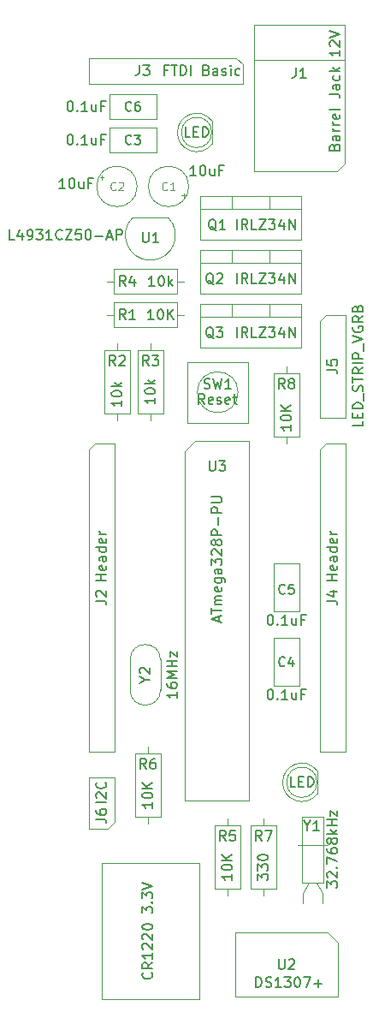
<source format=gbr>
G04 #@! TF.GenerationSoftware,KiCad,Pcbnew,5.0.2-bee76a0~70~ubuntu16.04.1*
G04 #@! TF.CreationDate,2020-05-09T17:59:02-07:00*
G04 #@! TF.ProjectId,sunrise-board,73756e72-6973-4652-9d62-6f6172642e6b,v1*
G04 #@! TF.SameCoordinates,Original*
G04 #@! TF.FileFunction,Other,Fab,Top*
%FSLAX46Y46*%
G04 Gerber Fmt 4.6, Leading zero omitted, Abs format (unit mm)*
G04 Created by KiCad (PCBNEW 5.0.2-bee76a0~70~ubuntu16.04.1) date Sat 09 May 2020 05:59:02 PM PDT*
%MOMM*%
%LPD*%
G01*
G04 APERTURE LIST*
%ADD10C,0.050800*%
%ADD11C,0.100000*%
%ADD12C,0.150000*%
%ADD13C,0.141000*%
%ADD14C,0.120000*%
G04 APERTURE END LIST*
D10*
G04 #@! TO.C,BT1*
X127000000Y-129159000D02*
X136652000Y-129159000D01*
X136652000Y-129159000D02*
X136652000Y-142621000D01*
X127000000Y-129159000D02*
X127000000Y-142621000D01*
X127000000Y-142621000D02*
X136652000Y-142621000D01*
D11*
G04 #@! TO.C,Y2*
X129818000Y-112030000D02*
X129818000Y-109030000D01*
X132818000Y-112030000D02*
X132818000Y-109030000D01*
X129818000Y-112030000D02*
X129818000Y-109030000D01*
X132818000Y-112030000D02*
X132818000Y-109030000D01*
X132818000Y-112030000D02*
G75*
G02X129818000Y-112030000I-1500000J0D01*
G01*
X132818000Y-109030000D02*
G75*
G03X129818000Y-109030000I-1500000J0D01*
G01*
X132818000Y-112030000D02*
G75*
G02X129818000Y-112030000I-1500000J0D01*
G01*
X132818000Y-109030000D02*
G75*
G03X129818000Y-109030000I-1500000J0D01*
G01*
G04 #@! TO.C,Y1*
X148924000Y-131096000D02*
X148924000Y-124596000D01*
X148924000Y-124596000D02*
X146864000Y-124596000D01*
X146864000Y-124596000D02*
X146864000Y-131096000D01*
X146864000Y-131096000D02*
X148924000Y-131096000D01*
X148244000Y-131096000D02*
X148844000Y-132096000D01*
X148844000Y-132096000D02*
X148844000Y-133096000D01*
X147544000Y-131096000D02*
X146944000Y-132096000D01*
X146944000Y-132096000D02*
X146944000Y-133096000D01*
X149394000Y-127346000D02*
X146394000Y-127346000D01*
G04 #@! TO.C,U3*
X136255000Y-87376000D02*
X141605000Y-87376000D01*
X141605000Y-87376000D02*
X141605000Y-122936000D01*
X141605000Y-122936000D02*
X135255000Y-122936000D01*
X135255000Y-122936000D02*
X135255000Y-88376000D01*
X135255000Y-88376000D02*
X136255000Y-87376000D01*
G04 #@! TO.C,U2*
X150368000Y-137017000D02*
X150368000Y-142367000D01*
X150368000Y-142367000D02*
X140208000Y-142367000D01*
X140208000Y-142367000D02*
X140208000Y-136017000D01*
X140208000Y-136017000D02*
X149368000Y-136017000D01*
X149368000Y-136017000D02*
X150368000Y-137017000D01*
G04 #@! TO.C,U1*
X133566000Y-65306000D02*
X130066000Y-65306000D01*
X130072375Y-65302375D02*
G75*
G03X131826000Y-69536000I1753625J-1753625D01*
G01*
X133579625Y-65302375D02*
G75*
G02X131826000Y-69536000I-1753625J-1753625D01*
G01*
G04 #@! TO.C,R8*
X146538000Y-80670000D02*
X144038000Y-80670000D01*
X144038000Y-80670000D02*
X144038000Y-86970000D01*
X144038000Y-86970000D02*
X146538000Y-86970000D01*
X146538000Y-86970000D02*
X146538000Y-80670000D01*
X145288000Y-80010000D02*
X145288000Y-80670000D01*
X145288000Y-87630000D02*
X145288000Y-86970000D01*
G04 #@! TO.C,R7*
X143002000Y-124714000D02*
X143002000Y-125374000D01*
X143002000Y-132334000D02*
X143002000Y-131674000D01*
X141752000Y-125374000D02*
X141752000Y-131674000D01*
X144252000Y-125374000D02*
X141752000Y-125374000D01*
X144252000Y-131674000D02*
X144252000Y-125374000D01*
X141752000Y-131674000D02*
X144252000Y-131674000D01*
G04 #@! TO.C,R6*
X130322000Y-124562000D02*
X132822000Y-124562000D01*
X132822000Y-124562000D02*
X132822000Y-118262000D01*
X132822000Y-118262000D02*
X130322000Y-118262000D01*
X130322000Y-118262000D02*
X130322000Y-124562000D01*
X131572000Y-125222000D02*
X131572000Y-124562000D01*
X131572000Y-117602000D02*
X131572000Y-118262000D01*
G04 #@! TO.C,R5*
X139446000Y-124714000D02*
X139446000Y-125374000D01*
X139446000Y-132334000D02*
X139446000Y-131674000D01*
X138196000Y-125374000D02*
X138196000Y-131674000D01*
X140696000Y-125374000D02*
X138196000Y-125374000D01*
X140696000Y-131674000D02*
X140696000Y-125374000D01*
X138196000Y-131674000D02*
X140696000Y-131674000D01*
G04 #@! TO.C,R4*
X135128000Y-71628000D02*
X134468000Y-71628000D01*
X127508000Y-71628000D02*
X128168000Y-71628000D01*
X134468000Y-70378000D02*
X128168000Y-70378000D01*
X134468000Y-72878000D02*
X134468000Y-70378000D01*
X128168000Y-72878000D02*
X134468000Y-72878000D01*
X128168000Y-70378000D02*
X128168000Y-72878000D01*
G04 #@! TO.C,R3*
X131826000Y-85344000D02*
X131826000Y-84684000D01*
X131826000Y-77724000D02*
X131826000Y-78384000D01*
X133076000Y-84684000D02*
X133076000Y-78384000D01*
X130576000Y-84684000D02*
X133076000Y-84684000D01*
X130576000Y-78384000D02*
X130576000Y-84684000D01*
X133076000Y-78384000D02*
X130576000Y-78384000D01*
G04 #@! TO.C,R2*
X128524000Y-85344000D02*
X128524000Y-84684000D01*
X128524000Y-77724000D02*
X128524000Y-78384000D01*
X129774000Y-84684000D02*
X129774000Y-78384000D01*
X127274000Y-84684000D02*
X129774000Y-84684000D01*
X127274000Y-78384000D02*
X127274000Y-84684000D01*
X129774000Y-78384000D02*
X127274000Y-78384000D01*
G04 #@! TO.C,R1*
X134468000Y-76180000D02*
X134468000Y-73680000D01*
X134468000Y-73680000D02*
X128168000Y-73680000D01*
X128168000Y-73680000D02*
X128168000Y-76180000D01*
X128168000Y-76180000D02*
X134468000Y-76180000D01*
X135128000Y-74930000D02*
X134468000Y-74930000D01*
X127508000Y-74930000D02*
X128168000Y-74930000D01*
G04 #@! TO.C,Q3*
X136732000Y-73812000D02*
X136732000Y-78212000D01*
X136732000Y-78212000D02*
X146732000Y-78212000D01*
X146732000Y-78212000D02*
X146732000Y-73812000D01*
X146732000Y-73812000D02*
X136732000Y-73812000D01*
X136732000Y-75082000D02*
X146732000Y-75082000D01*
X139882000Y-73812000D02*
X139882000Y-75082000D01*
X143582000Y-73812000D02*
X143582000Y-75082000D01*
G04 #@! TO.C,Q2*
X143582000Y-68478000D02*
X143582000Y-69748000D01*
X139882000Y-68478000D02*
X139882000Y-69748000D01*
X136732000Y-69748000D02*
X146732000Y-69748000D01*
X146732000Y-68478000D02*
X136732000Y-68478000D01*
X146732000Y-72878000D02*
X146732000Y-68478000D01*
X136732000Y-72878000D02*
X146732000Y-72878000D01*
X136732000Y-68478000D02*
X136732000Y-72878000D01*
G04 #@! TO.C,Q1*
X136732000Y-63144000D02*
X136732000Y-67544000D01*
X136732000Y-67544000D02*
X146732000Y-67544000D01*
X146732000Y-67544000D02*
X146732000Y-63144000D01*
X146732000Y-63144000D02*
X136732000Y-63144000D01*
X136732000Y-64414000D02*
X146732000Y-64414000D01*
X139882000Y-63144000D02*
X139882000Y-64414000D01*
X143582000Y-63144000D02*
X143582000Y-64414000D01*
G04 #@! TO.C,J6*
X127635000Y-125730000D02*
X125730000Y-125730000D01*
X125730000Y-125730000D02*
X125730000Y-120650000D01*
X125730000Y-120650000D02*
X128270000Y-120650000D01*
X128270000Y-120650000D02*
X128270000Y-125095000D01*
X128270000Y-125095000D02*
X127635000Y-125730000D01*
G04 #@! TO.C,J5*
X149225000Y-74930000D02*
X151130000Y-74930000D01*
X151130000Y-74930000D02*
X151130000Y-85090000D01*
X151130000Y-85090000D02*
X148590000Y-85090000D01*
X148590000Y-85090000D02*
X148590000Y-75565000D01*
X148590000Y-75565000D02*
X149225000Y-74930000D01*
G04 #@! TO.C,J4*
X148590000Y-88265000D02*
X149225000Y-87630000D01*
X148590000Y-118110000D02*
X148590000Y-88265000D01*
X151130000Y-118110000D02*
X148590000Y-118110000D01*
X151130000Y-87630000D02*
X151130000Y-118110000D01*
X149225000Y-87630000D02*
X151130000Y-87630000D01*
G04 #@! TO.C,J3*
X140970000Y-50165000D02*
X140970000Y-52070000D01*
X140970000Y-52070000D02*
X125730000Y-52070000D01*
X125730000Y-52070000D02*
X125730000Y-49530000D01*
X125730000Y-49530000D02*
X140335000Y-49530000D01*
X140335000Y-49530000D02*
X140970000Y-50165000D01*
G04 #@! TO.C,J2*
X126365000Y-87630000D02*
X128270000Y-87630000D01*
X128270000Y-87630000D02*
X128270000Y-118110000D01*
X128270000Y-118110000D02*
X125730000Y-118110000D01*
X125730000Y-118110000D02*
X125730000Y-88265000D01*
X125730000Y-88265000D02*
X126365000Y-87630000D01*
G04 #@! TO.C,J1*
X151063425Y-59940787D02*
X150308000Y-60744000D01*
X151058000Y-49744000D02*
X142058000Y-49744000D01*
X151058000Y-46244000D02*
X142058000Y-46244000D01*
X142058000Y-46244000D02*
X142058000Y-60744000D01*
X142058000Y-60744000D02*
X150308000Y-60744000D01*
X151058000Y-59944000D02*
X151058000Y-46244000D01*
G04 #@! TO.C,D2*
X148312555Y-119992524D02*
G75*
G03X148312000Y-122324190I-1500555J-1165476D01*
G01*
X148312000Y-121158000D02*
G75*
G03X148312000Y-121158000I-1500000J0D01*
G01*
X148312000Y-122324190D02*
X148312000Y-119991810D01*
G04 #@! TO.C,D1*
X137898000Y-58062190D02*
X137898000Y-55729810D01*
X137898000Y-56896000D02*
G75*
G03X137898000Y-56896000I-1500000J0D01*
G01*
X137898555Y-55730524D02*
G75*
G03X137898000Y-58062190I-1500555J-1165476D01*
G01*
G04 #@! TO.C,C6*
X127738000Y-55606000D02*
X132438000Y-55606000D01*
X127738000Y-53106000D02*
X127738000Y-55606000D01*
X132438000Y-53106000D02*
X127738000Y-53106000D01*
X132438000Y-55606000D02*
X132438000Y-53106000D01*
G04 #@! TO.C,C5*
X144038000Y-104244000D02*
X146538000Y-104244000D01*
X146538000Y-104244000D02*
X146538000Y-99544000D01*
X146538000Y-99544000D02*
X144038000Y-99544000D01*
X144038000Y-99544000D02*
X144038000Y-104244000D01*
G04 #@! TO.C,C4*
X144038000Y-111610000D02*
X146538000Y-111610000D01*
X146538000Y-111610000D02*
X146538000Y-106910000D01*
X146538000Y-106910000D02*
X144038000Y-106910000D01*
X144038000Y-106910000D02*
X144038000Y-111610000D01*
G04 #@! TO.C,C3*
X127738000Y-58908000D02*
X132438000Y-58908000D01*
X127738000Y-56408000D02*
X127738000Y-58908000D01*
X132438000Y-56408000D02*
X127738000Y-56408000D01*
X132438000Y-58908000D02*
X132438000Y-56408000D01*
G04 #@! TO.C,C2*
X127009446Y-61162500D02*
X127009446Y-61562500D01*
X126809446Y-61362500D02*
X127209446Y-61362500D01*
X130512000Y-62230000D02*
G75*
G03X130512000Y-62230000I-2000000J0D01*
G01*
G04 #@! TO.C,C1*
X135616000Y-62230000D02*
G75*
G03X135616000Y-62230000I-2000000J0D01*
G01*
X135318554Y-63097500D02*
X134918554Y-63097500D01*
X135118554Y-63297500D02*
X135118554Y-62897500D01*
G04 #@! TO.C,SW1*
X138482000Y-79586000D02*
X141482000Y-79586000D01*
X141482000Y-79586000D02*
X141482000Y-85586000D01*
X141482000Y-85586000D02*
X135482000Y-85586000D01*
X135482000Y-85586000D02*
X135482000Y-79586000D01*
X135482000Y-79586000D02*
X138482000Y-79586000D01*
X140497564Y-82586000D02*
G75*
G03X140497564Y-82586000I-2015564J0D01*
G01*
G04 #@! TD*
G04 #@! TO.C,BT1*
D12*
X131929142Y-139985238D02*
X131976761Y-140032857D01*
X132024380Y-140175714D01*
X132024380Y-140270952D01*
X131976761Y-140413809D01*
X131881523Y-140509047D01*
X131786285Y-140556666D01*
X131595809Y-140604285D01*
X131452952Y-140604285D01*
X131262476Y-140556666D01*
X131167238Y-140509047D01*
X131072000Y-140413809D01*
X131024380Y-140270952D01*
X131024380Y-140175714D01*
X131072000Y-140032857D01*
X131119619Y-139985238D01*
X132024380Y-138985238D02*
X131548190Y-139318571D01*
X132024380Y-139556666D02*
X131024380Y-139556666D01*
X131024380Y-139175714D01*
X131072000Y-139080476D01*
X131119619Y-139032857D01*
X131214857Y-138985238D01*
X131357714Y-138985238D01*
X131452952Y-139032857D01*
X131500571Y-139080476D01*
X131548190Y-139175714D01*
X131548190Y-139556666D01*
X132024380Y-138032857D02*
X132024380Y-138604285D01*
X132024380Y-138318571D02*
X131024380Y-138318571D01*
X131167238Y-138413809D01*
X131262476Y-138509047D01*
X131310095Y-138604285D01*
X131119619Y-137651904D02*
X131072000Y-137604285D01*
X131024380Y-137509047D01*
X131024380Y-137270952D01*
X131072000Y-137175714D01*
X131119619Y-137128095D01*
X131214857Y-137080476D01*
X131310095Y-137080476D01*
X131452952Y-137128095D01*
X132024380Y-137699523D01*
X132024380Y-137080476D01*
X131119619Y-136699523D02*
X131072000Y-136651904D01*
X131024380Y-136556666D01*
X131024380Y-136318571D01*
X131072000Y-136223333D01*
X131119619Y-136175714D01*
X131214857Y-136128095D01*
X131310095Y-136128095D01*
X131452952Y-136175714D01*
X132024380Y-136747142D01*
X132024380Y-136128095D01*
X131024380Y-135509047D02*
X131024380Y-135413809D01*
X131072000Y-135318571D01*
X131119619Y-135270952D01*
X131214857Y-135223333D01*
X131405333Y-135175714D01*
X131643428Y-135175714D01*
X131833904Y-135223333D01*
X131929142Y-135270952D01*
X131976761Y-135318571D01*
X132024380Y-135413809D01*
X132024380Y-135509047D01*
X131976761Y-135604285D01*
X131929142Y-135651904D01*
X131833904Y-135699523D01*
X131643428Y-135747142D01*
X131405333Y-135747142D01*
X131214857Y-135699523D01*
X131119619Y-135651904D01*
X131072000Y-135604285D01*
X131024380Y-135509047D01*
X131024380Y-134080476D02*
X131024380Y-133461428D01*
X131405333Y-133794761D01*
X131405333Y-133651904D01*
X131452952Y-133556666D01*
X131500571Y-133509047D01*
X131595809Y-133461428D01*
X131833904Y-133461428D01*
X131929142Y-133509047D01*
X131976761Y-133556666D01*
X132024380Y-133651904D01*
X132024380Y-133937619D01*
X131976761Y-134032857D01*
X131929142Y-134080476D01*
X131929142Y-133032857D02*
X131976761Y-132985238D01*
X132024380Y-133032857D01*
X131976761Y-133080476D01*
X131929142Y-133032857D01*
X132024380Y-133032857D01*
X131024380Y-132651904D02*
X131024380Y-132032857D01*
X131405333Y-132366190D01*
X131405333Y-132223333D01*
X131452952Y-132128095D01*
X131500571Y-132080476D01*
X131595809Y-132032857D01*
X131833904Y-132032857D01*
X131929142Y-132080476D01*
X131976761Y-132128095D01*
X132024380Y-132223333D01*
X132024380Y-132509047D01*
X131976761Y-132604285D01*
X131929142Y-132651904D01*
X131024380Y-131747142D02*
X132024380Y-131413809D01*
X131024380Y-131080476D01*
G04 #@! TO.C,Y2*
X134470380Y-112220476D02*
X134470380Y-112791904D01*
X134470380Y-112506190D02*
X133470380Y-112506190D01*
X133613238Y-112601428D01*
X133708476Y-112696666D01*
X133756095Y-112791904D01*
X133470380Y-111363333D02*
X133470380Y-111553809D01*
X133518000Y-111649047D01*
X133565619Y-111696666D01*
X133708476Y-111791904D01*
X133898952Y-111839523D01*
X134279904Y-111839523D01*
X134375142Y-111791904D01*
X134422761Y-111744285D01*
X134470380Y-111649047D01*
X134470380Y-111458571D01*
X134422761Y-111363333D01*
X134375142Y-111315714D01*
X134279904Y-111268095D01*
X134041809Y-111268095D01*
X133946571Y-111315714D01*
X133898952Y-111363333D01*
X133851333Y-111458571D01*
X133851333Y-111649047D01*
X133898952Y-111744285D01*
X133946571Y-111791904D01*
X134041809Y-111839523D01*
X134470380Y-110839523D02*
X133470380Y-110839523D01*
X134184666Y-110506190D01*
X133470380Y-110172857D01*
X134470380Y-110172857D01*
X134470380Y-109696666D02*
X133470380Y-109696666D01*
X133946571Y-109696666D02*
X133946571Y-109125238D01*
X134470380Y-109125238D02*
X133470380Y-109125238D01*
X133803714Y-108744285D02*
X133803714Y-108220476D01*
X134470380Y-108744285D01*
X134470380Y-108220476D01*
X131294190Y-111006190D02*
X131770380Y-111006190D01*
X130770380Y-111339523D02*
X131294190Y-111006190D01*
X130770380Y-110672857D01*
X130865619Y-110387142D02*
X130818000Y-110339523D01*
X130770380Y-110244285D01*
X130770380Y-110006190D01*
X130818000Y-109910952D01*
X130865619Y-109863333D01*
X130960857Y-109815714D01*
X131056095Y-109815714D01*
X131198952Y-109863333D01*
X131770380Y-110434761D01*
X131770380Y-109815714D01*
G04 #@! TO.C,Y1*
X149312380Y-131571523D02*
X149312380Y-130952476D01*
X149693333Y-131285809D01*
X149693333Y-131142952D01*
X149740952Y-131047714D01*
X149788571Y-131000095D01*
X149883809Y-130952476D01*
X150121904Y-130952476D01*
X150217142Y-131000095D01*
X150264761Y-131047714D01*
X150312380Y-131142952D01*
X150312380Y-131428666D01*
X150264761Y-131523904D01*
X150217142Y-131571523D01*
X149407619Y-130571523D02*
X149360000Y-130523904D01*
X149312380Y-130428666D01*
X149312380Y-130190571D01*
X149360000Y-130095333D01*
X149407619Y-130047714D01*
X149502857Y-130000095D01*
X149598095Y-130000095D01*
X149740952Y-130047714D01*
X150312380Y-130619142D01*
X150312380Y-130000095D01*
X150217142Y-129571523D02*
X150264761Y-129523904D01*
X150312380Y-129571523D01*
X150264761Y-129619142D01*
X150217142Y-129571523D01*
X150312380Y-129571523D01*
X149312380Y-129190571D02*
X149312380Y-128523904D01*
X150312380Y-128952476D01*
X149312380Y-127714380D02*
X149312380Y-127904857D01*
X149360000Y-128000095D01*
X149407619Y-128047714D01*
X149550476Y-128142952D01*
X149740952Y-128190571D01*
X150121904Y-128190571D01*
X150217142Y-128142952D01*
X150264761Y-128095333D01*
X150312380Y-128000095D01*
X150312380Y-127809619D01*
X150264761Y-127714380D01*
X150217142Y-127666761D01*
X150121904Y-127619142D01*
X149883809Y-127619142D01*
X149788571Y-127666761D01*
X149740952Y-127714380D01*
X149693333Y-127809619D01*
X149693333Y-128000095D01*
X149740952Y-128095333D01*
X149788571Y-128142952D01*
X149883809Y-128190571D01*
X149740952Y-127047714D02*
X149693333Y-127142952D01*
X149645714Y-127190571D01*
X149550476Y-127238190D01*
X149502857Y-127238190D01*
X149407619Y-127190571D01*
X149360000Y-127142952D01*
X149312380Y-127047714D01*
X149312380Y-126857238D01*
X149360000Y-126762000D01*
X149407619Y-126714380D01*
X149502857Y-126666761D01*
X149550476Y-126666761D01*
X149645714Y-126714380D01*
X149693333Y-126762000D01*
X149740952Y-126857238D01*
X149740952Y-127047714D01*
X149788571Y-127142952D01*
X149836190Y-127190571D01*
X149931428Y-127238190D01*
X150121904Y-127238190D01*
X150217142Y-127190571D01*
X150264761Y-127142952D01*
X150312380Y-127047714D01*
X150312380Y-126857238D01*
X150264761Y-126762000D01*
X150217142Y-126714380D01*
X150121904Y-126666761D01*
X149931428Y-126666761D01*
X149836190Y-126714380D01*
X149788571Y-126762000D01*
X149740952Y-126857238D01*
X150312380Y-126238190D02*
X149312380Y-126238190D01*
X149931428Y-126142952D02*
X150312380Y-125857238D01*
X149645714Y-125857238D02*
X150026666Y-126238190D01*
X150312380Y-125428666D02*
X149312380Y-125428666D01*
X149788571Y-125428666D02*
X149788571Y-124857238D01*
X150312380Y-124857238D02*
X149312380Y-124857238D01*
X149645714Y-124476285D02*
X149645714Y-123952476D01*
X150312380Y-124476285D01*
X150312380Y-123952476D01*
X147351809Y-125452190D02*
X147351809Y-125928380D01*
X147018476Y-124928380D02*
X147351809Y-125452190D01*
X147685142Y-124928380D01*
X148542285Y-125928380D02*
X147970857Y-125928380D01*
X148256571Y-125928380D02*
X148256571Y-124928380D01*
X148161333Y-125071238D01*
X148066095Y-125166476D01*
X147970857Y-125214095D01*
G04 #@! TO.C,U3*
X138596666Y-105250476D02*
X138596666Y-104774285D01*
X138882380Y-105345714D02*
X137882380Y-105012380D01*
X138882380Y-104679047D01*
X137882380Y-104488571D02*
X137882380Y-103917142D01*
X138882380Y-104202857D02*
X137882380Y-104202857D01*
X138882380Y-103583809D02*
X138215714Y-103583809D01*
X138310952Y-103583809D02*
X138263333Y-103536190D01*
X138215714Y-103440952D01*
X138215714Y-103298095D01*
X138263333Y-103202857D01*
X138358571Y-103155238D01*
X138882380Y-103155238D01*
X138358571Y-103155238D02*
X138263333Y-103107619D01*
X138215714Y-103012380D01*
X138215714Y-102869523D01*
X138263333Y-102774285D01*
X138358571Y-102726666D01*
X138882380Y-102726666D01*
X138834761Y-101869523D02*
X138882380Y-101964761D01*
X138882380Y-102155238D01*
X138834761Y-102250476D01*
X138739523Y-102298095D01*
X138358571Y-102298095D01*
X138263333Y-102250476D01*
X138215714Y-102155238D01*
X138215714Y-101964761D01*
X138263333Y-101869523D01*
X138358571Y-101821904D01*
X138453809Y-101821904D01*
X138549047Y-102298095D01*
X138215714Y-100964761D02*
X139025238Y-100964761D01*
X139120476Y-101012380D01*
X139168095Y-101060000D01*
X139215714Y-101155238D01*
X139215714Y-101298095D01*
X139168095Y-101393333D01*
X138834761Y-100964761D02*
X138882380Y-101060000D01*
X138882380Y-101250476D01*
X138834761Y-101345714D01*
X138787142Y-101393333D01*
X138691904Y-101440952D01*
X138406190Y-101440952D01*
X138310952Y-101393333D01*
X138263333Y-101345714D01*
X138215714Y-101250476D01*
X138215714Y-101060000D01*
X138263333Y-100964761D01*
X138882380Y-100060000D02*
X138358571Y-100060000D01*
X138263333Y-100107619D01*
X138215714Y-100202857D01*
X138215714Y-100393333D01*
X138263333Y-100488571D01*
X138834761Y-100060000D02*
X138882380Y-100155238D01*
X138882380Y-100393333D01*
X138834761Y-100488571D01*
X138739523Y-100536190D01*
X138644285Y-100536190D01*
X138549047Y-100488571D01*
X138501428Y-100393333D01*
X138501428Y-100155238D01*
X138453809Y-100060000D01*
X137882380Y-99679047D02*
X137882380Y-99060000D01*
X138263333Y-99393333D01*
X138263333Y-99250476D01*
X138310952Y-99155238D01*
X138358571Y-99107619D01*
X138453809Y-99060000D01*
X138691904Y-99060000D01*
X138787142Y-99107619D01*
X138834761Y-99155238D01*
X138882380Y-99250476D01*
X138882380Y-99536190D01*
X138834761Y-99631428D01*
X138787142Y-99679047D01*
X137977619Y-98679047D02*
X137930000Y-98631428D01*
X137882380Y-98536190D01*
X137882380Y-98298095D01*
X137930000Y-98202857D01*
X137977619Y-98155238D01*
X138072857Y-98107619D01*
X138168095Y-98107619D01*
X138310952Y-98155238D01*
X138882380Y-98726666D01*
X138882380Y-98107619D01*
X138310952Y-97536190D02*
X138263333Y-97631428D01*
X138215714Y-97679047D01*
X138120476Y-97726666D01*
X138072857Y-97726666D01*
X137977619Y-97679047D01*
X137930000Y-97631428D01*
X137882380Y-97536190D01*
X137882380Y-97345714D01*
X137930000Y-97250476D01*
X137977619Y-97202857D01*
X138072857Y-97155238D01*
X138120476Y-97155238D01*
X138215714Y-97202857D01*
X138263333Y-97250476D01*
X138310952Y-97345714D01*
X138310952Y-97536190D01*
X138358571Y-97631428D01*
X138406190Y-97679047D01*
X138501428Y-97726666D01*
X138691904Y-97726666D01*
X138787142Y-97679047D01*
X138834761Y-97631428D01*
X138882380Y-97536190D01*
X138882380Y-97345714D01*
X138834761Y-97250476D01*
X138787142Y-97202857D01*
X138691904Y-97155238D01*
X138501428Y-97155238D01*
X138406190Y-97202857D01*
X138358571Y-97250476D01*
X138310952Y-97345714D01*
X138882380Y-96726666D02*
X137882380Y-96726666D01*
X137882380Y-96345714D01*
X137930000Y-96250476D01*
X137977619Y-96202857D01*
X138072857Y-96155238D01*
X138215714Y-96155238D01*
X138310952Y-96202857D01*
X138358571Y-96250476D01*
X138406190Y-96345714D01*
X138406190Y-96726666D01*
X138501428Y-95726666D02*
X138501428Y-94964761D01*
X138882380Y-94488571D02*
X137882380Y-94488571D01*
X137882380Y-94107619D01*
X137930000Y-94012380D01*
X137977619Y-93964761D01*
X138072857Y-93917142D01*
X138215714Y-93917142D01*
X138310952Y-93964761D01*
X138358571Y-94012380D01*
X138406190Y-94107619D01*
X138406190Y-94488571D01*
X137882380Y-93488571D02*
X138691904Y-93488571D01*
X138787142Y-93440952D01*
X138834761Y-93393333D01*
X138882380Y-93298095D01*
X138882380Y-93107619D01*
X138834761Y-93012380D01*
X138787142Y-92964761D01*
X138691904Y-92917142D01*
X137882380Y-92917142D01*
X137668095Y-89368380D02*
X137668095Y-90177904D01*
X137715714Y-90273142D01*
X137763333Y-90320761D01*
X137858571Y-90368380D01*
X138049047Y-90368380D01*
X138144285Y-90320761D01*
X138191904Y-90273142D01*
X138239523Y-90177904D01*
X138239523Y-89368380D01*
X138620476Y-89368380D02*
X139239523Y-89368380D01*
X138906190Y-89749333D01*
X139049047Y-89749333D01*
X139144285Y-89796952D01*
X139191904Y-89844571D01*
X139239523Y-89939809D01*
X139239523Y-90177904D01*
X139191904Y-90273142D01*
X139144285Y-90320761D01*
X139049047Y-90368380D01*
X138763333Y-90368380D01*
X138668095Y-90320761D01*
X138620476Y-90273142D01*
G04 #@! TO.C,U2*
X142280095Y-141422380D02*
X142280095Y-140422380D01*
X142518190Y-140422380D01*
X142661047Y-140470000D01*
X142756285Y-140565238D01*
X142803904Y-140660476D01*
X142851523Y-140850952D01*
X142851523Y-140993809D01*
X142803904Y-141184285D01*
X142756285Y-141279523D01*
X142661047Y-141374761D01*
X142518190Y-141422380D01*
X142280095Y-141422380D01*
X143232476Y-141374761D02*
X143375333Y-141422380D01*
X143613428Y-141422380D01*
X143708666Y-141374761D01*
X143756285Y-141327142D01*
X143803904Y-141231904D01*
X143803904Y-141136666D01*
X143756285Y-141041428D01*
X143708666Y-140993809D01*
X143613428Y-140946190D01*
X143422952Y-140898571D01*
X143327714Y-140850952D01*
X143280095Y-140803333D01*
X143232476Y-140708095D01*
X143232476Y-140612857D01*
X143280095Y-140517619D01*
X143327714Y-140470000D01*
X143422952Y-140422380D01*
X143661047Y-140422380D01*
X143803904Y-140470000D01*
X144756285Y-141422380D02*
X144184857Y-141422380D01*
X144470571Y-141422380D02*
X144470571Y-140422380D01*
X144375333Y-140565238D01*
X144280095Y-140660476D01*
X144184857Y-140708095D01*
X145089619Y-140422380D02*
X145708666Y-140422380D01*
X145375333Y-140803333D01*
X145518190Y-140803333D01*
X145613428Y-140850952D01*
X145661047Y-140898571D01*
X145708666Y-140993809D01*
X145708666Y-141231904D01*
X145661047Y-141327142D01*
X145613428Y-141374761D01*
X145518190Y-141422380D01*
X145232476Y-141422380D01*
X145137238Y-141374761D01*
X145089619Y-141327142D01*
X146327714Y-140422380D02*
X146422952Y-140422380D01*
X146518190Y-140470000D01*
X146565809Y-140517619D01*
X146613428Y-140612857D01*
X146661047Y-140803333D01*
X146661047Y-141041428D01*
X146613428Y-141231904D01*
X146565809Y-141327142D01*
X146518190Y-141374761D01*
X146422952Y-141422380D01*
X146327714Y-141422380D01*
X146232476Y-141374761D01*
X146184857Y-141327142D01*
X146137238Y-141231904D01*
X146089619Y-141041428D01*
X146089619Y-140803333D01*
X146137238Y-140612857D01*
X146184857Y-140517619D01*
X146232476Y-140470000D01*
X146327714Y-140422380D01*
X146994380Y-140422380D02*
X147661047Y-140422380D01*
X147232476Y-141422380D01*
X148042000Y-141041428D02*
X148803904Y-141041428D01*
X148422952Y-141422380D02*
X148422952Y-140660476D01*
X144526095Y-138644380D02*
X144526095Y-139453904D01*
X144573714Y-139549142D01*
X144621333Y-139596761D01*
X144716571Y-139644380D01*
X144907047Y-139644380D01*
X145002285Y-139596761D01*
X145049904Y-139549142D01*
X145097523Y-139453904D01*
X145097523Y-138644380D01*
X145526095Y-138739619D02*
X145573714Y-138692000D01*
X145668952Y-138644380D01*
X145907047Y-138644380D01*
X146002285Y-138692000D01*
X146049904Y-138739619D01*
X146097523Y-138834857D01*
X146097523Y-138930095D01*
X146049904Y-139072952D01*
X145478476Y-139644380D01*
X146097523Y-139644380D01*
G04 #@! TO.C,U1*
X118372571Y-67508380D02*
X117896380Y-67508380D01*
X117896380Y-66508380D01*
X119134476Y-66841714D02*
X119134476Y-67508380D01*
X118896380Y-66460761D02*
X118658285Y-67175047D01*
X119277333Y-67175047D01*
X119705904Y-67508380D02*
X119896380Y-67508380D01*
X119991619Y-67460761D01*
X120039238Y-67413142D01*
X120134476Y-67270285D01*
X120182095Y-67079809D01*
X120182095Y-66698857D01*
X120134476Y-66603619D01*
X120086857Y-66556000D01*
X119991619Y-66508380D01*
X119801142Y-66508380D01*
X119705904Y-66556000D01*
X119658285Y-66603619D01*
X119610666Y-66698857D01*
X119610666Y-66936952D01*
X119658285Y-67032190D01*
X119705904Y-67079809D01*
X119801142Y-67127428D01*
X119991619Y-67127428D01*
X120086857Y-67079809D01*
X120134476Y-67032190D01*
X120182095Y-66936952D01*
X120515428Y-66508380D02*
X121134476Y-66508380D01*
X120801142Y-66889333D01*
X120944000Y-66889333D01*
X121039238Y-66936952D01*
X121086857Y-66984571D01*
X121134476Y-67079809D01*
X121134476Y-67317904D01*
X121086857Y-67413142D01*
X121039238Y-67460761D01*
X120944000Y-67508380D01*
X120658285Y-67508380D01*
X120563047Y-67460761D01*
X120515428Y-67413142D01*
X122086857Y-67508380D02*
X121515428Y-67508380D01*
X121801142Y-67508380D02*
X121801142Y-66508380D01*
X121705904Y-66651238D01*
X121610666Y-66746476D01*
X121515428Y-66794095D01*
X123086857Y-67413142D02*
X123039238Y-67460761D01*
X122896380Y-67508380D01*
X122801142Y-67508380D01*
X122658285Y-67460761D01*
X122563047Y-67365523D01*
X122515428Y-67270285D01*
X122467809Y-67079809D01*
X122467809Y-66936952D01*
X122515428Y-66746476D01*
X122563047Y-66651238D01*
X122658285Y-66556000D01*
X122801142Y-66508380D01*
X122896380Y-66508380D01*
X123039238Y-66556000D01*
X123086857Y-66603619D01*
X123420190Y-66508380D02*
X124086857Y-66508380D01*
X123420190Y-67508380D01*
X124086857Y-67508380D01*
X124944000Y-66508380D02*
X124467809Y-66508380D01*
X124420190Y-66984571D01*
X124467809Y-66936952D01*
X124563047Y-66889333D01*
X124801142Y-66889333D01*
X124896380Y-66936952D01*
X124944000Y-66984571D01*
X124991619Y-67079809D01*
X124991619Y-67317904D01*
X124944000Y-67413142D01*
X124896380Y-67460761D01*
X124801142Y-67508380D01*
X124563047Y-67508380D01*
X124467809Y-67460761D01*
X124420190Y-67413142D01*
X125610666Y-66508380D02*
X125705904Y-66508380D01*
X125801142Y-66556000D01*
X125848761Y-66603619D01*
X125896380Y-66698857D01*
X125944000Y-66889333D01*
X125944000Y-67127428D01*
X125896380Y-67317904D01*
X125848761Y-67413142D01*
X125801142Y-67460761D01*
X125705904Y-67508380D01*
X125610666Y-67508380D01*
X125515428Y-67460761D01*
X125467809Y-67413142D01*
X125420190Y-67317904D01*
X125372571Y-67127428D01*
X125372571Y-66889333D01*
X125420190Y-66698857D01*
X125467809Y-66603619D01*
X125515428Y-66556000D01*
X125610666Y-66508380D01*
X126372571Y-67127428D02*
X127134476Y-67127428D01*
X127563047Y-67222666D02*
X128039238Y-67222666D01*
X127467809Y-67508380D02*
X127801142Y-66508380D01*
X128134476Y-67508380D01*
X128467809Y-67508380D02*
X128467809Y-66508380D01*
X128848761Y-66508380D01*
X128944000Y-66556000D01*
X128991619Y-66603619D01*
X129039238Y-66698857D01*
X129039238Y-66841714D01*
X128991619Y-66936952D01*
X128944000Y-66984571D01*
X128848761Y-67032190D01*
X128467809Y-67032190D01*
X131064095Y-66762380D02*
X131064095Y-67571904D01*
X131111714Y-67667142D01*
X131159333Y-67714761D01*
X131254571Y-67762380D01*
X131445047Y-67762380D01*
X131540285Y-67714761D01*
X131587904Y-67667142D01*
X131635523Y-67571904D01*
X131635523Y-66762380D01*
X132635523Y-67762380D02*
X132064095Y-67762380D01*
X132349809Y-67762380D02*
X132349809Y-66762380D01*
X132254571Y-66905238D01*
X132159333Y-67000476D01*
X132064095Y-67048095D01*
G04 #@! TO.C,R8*
X145740380Y-85780476D02*
X145740380Y-86351904D01*
X145740380Y-86066190D02*
X144740380Y-86066190D01*
X144883238Y-86161428D01*
X144978476Y-86256666D01*
X145026095Y-86351904D01*
X144740380Y-85161428D02*
X144740380Y-85066190D01*
X144788000Y-84970952D01*
X144835619Y-84923333D01*
X144930857Y-84875714D01*
X145121333Y-84828095D01*
X145359428Y-84828095D01*
X145549904Y-84875714D01*
X145645142Y-84923333D01*
X145692761Y-84970952D01*
X145740380Y-85066190D01*
X145740380Y-85161428D01*
X145692761Y-85256666D01*
X145645142Y-85304285D01*
X145549904Y-85351904D01*
X145359428Y-85399523D01*
X145121333Y-85399523D01*
X144930857Y-85351904D01*
X144835619Y-85304285D01*
X144788000Y-85256666D01*
X144740380Y-85161428D01*
X145740380Y-84399523D02*
X144740380Y-84399523D01*
X145740380Y-83828095D02*
X145168952Y-84256666D01*
X144740380Y-83828095D02*
X145311809Y-84399523D01*
X145121333Y-82240380D02*
X144788000Y-81764190D01*
X144549904Y-82240380D02*
X144549904Y-81240380D01*
X144930857Y-81240380D01*
X145026095Y-81288000D01*
X145073714Y-81335619D01*
X145121333Y-81430857D01*
X145121333Y-81573714D01*
X145073714Y-81668952D01*
X145026095Y-81716571D01*
X144930857Y-81764190D01*
X144549904Y-81764190D01*
X145692761Y-81668952D02*
X145597523Y-81621333D01*
X145549904Y-81573714D01*
X145502285Y-81478476D01*
X145502285Y-81430857D01*
X145549904Y-81335619D01*
X145597523Y-81288000D01*
X145692761Y-81240380D01*
X145883238Y-81240380D01*
X145978476Y-81288000D01*
X146026095Y-81335619D01*
X146073714Y-81430857D01*
X146073714Y-81478476D01*
X146026095Y-81573714D01*
X145978476Y-81621333D01*
X145883238Y-81668952D01*
X145692761Y-81668952D01*
X145597523Y-81716571D01*
X145549904Y-81764190D01*
X145502285Y-81859428D01*
X145502285Y-82049904D01*
X145549904Y-82145142D01*
X145597523Y-82192761D01*
X145692761Y-82240380D01*
X145883238Y-82240380D01*
X145978476Y-82192761D01*
X146026095Y-82145142D01*
X146073714Y-82049904D01*
X146073714Y-81859428D01*
X146026095Y-81764190D01*
X145978476Y-81716571D01*
X145883238Y-81668952D01*
G04 #@! TO.C,R7*
X142454380Y-130825714D02*
X142454380Y-130206666D01*
X142835333Y-130540000D01*
X142835333Y-130397142D01*
X142882952Y-130301904D01*
X142930571Y-130254285D01*
X143025809Y-130206666D01*
X143263904Y-130206666D01*
X143359142Y-130254285D01*
X143406761Y-130301904D01*
X143454380Y-130397142D01*
X143454380Y-130682857D01*
X143406761Y-130778095D01*
X143359142Y-130825714D01*
X142454380Y-129873333D02*
X142454380Y-129254285D01*
X142835333Y-129587619D01*
X142835333Y-129444761D01*
X142882952Y-129349523D01*
X142930571Y-129301904D01*
X143025809Y-129254285D01*
X143263904Y-129254285D01*
X143359142Y-129301904D01*
X143406761Y-129349523D01*
X143454380Y-129444761D01*
X143454380Y-129730476D01*
X143406761Y-129825714D01*
X143359142Y-129873333D01*
X142454380Y-128635238D02*
X142454380Y-128540000D01*
X142502000Y-128444761D01*
X142549619Y-128397142D01*
X142644857Y-128349523D01*
X142835333Y-128301904D01*
X143073428Y-128301904D01*
X143263904Y-128349523D01*
X143359142Y-128397142D01*
X143406761Y-128444761D01*
X143454380Y-128540000D01*
X143454380Y-128635238D01*
X143406761Y-128730476D01*
X143359142Y-128778095D01*
X143263904Y-128825714D01*
X143073428Y-128873333D01*
X142835333Y-128873333D01*
X142644857Y-128825714D01*
X142549619Y-128778095D01*
X142502000Y-128730476D01*
X142454380Y-128635238D01*
X142835333Y-126944380D02*
X142502000Y-126468190D01*
X142263904Y-126944380D02*
X142263904Y-125944380D01*
X142644857Y-125944380D01*
X142740095Y-125992000D01*
X142787714Y-126039619D01*
X142835333Y-126134857D01*
X142835333Y-126277714D01*
X142787714Y-126372952D01*
X142740095Y-126420571D01*
X142644857Y-126468190D01*
X142263904Y-126468190D01*
X143168666Y-125944380D02*
X143835333Y-125944380D01*
X143406761Y-126944380D01*
G04 #@! TO.C,R6*
X132024380Y-123118476D02*
X132024380Y-123689904D01*
X132024380Y-123404190D02*
X131024380Y-123404190D01*
X131167238Y-123499428D01*
X131262476Y-123594666D01*
X131310095Y-123689904D01*
X131024380Y-122499428D02*
X131024380Y-122404190D01*
X131072000Y-122308952D01*
X131119619Y-122261333D01*
X131214857Y-122213714D01*
X131405333Y-122166095D01*
X131643428Y-122166095D01*
X131833904Y-122213714D01*
X131929142Y-122261333D01*
X131976761Y-122308952D01*
X132024380Y-122404190D01*
X132024380Y-122499428D01*
X131976761Y-122594666D01*
X131929142Y-122642285D01*
X131833904Y-122689904D01*
X131643428Y-122737523D01*
X131405333Y-122737523D01*
X131214857Y-122689904D01*
X131119619Y-122642285D01*
X131072000Y-122594666D01*
X131024380Y-122499428D01*
X132024380Y-121737523D02*
X131024380Y-121737523D01*
X132024380Y-121166095D02*
X131452952Y-121594666D01*
X131024380Y-121166095D02*
X131595809Y-121737523D01*
X131405333Y-119832380D02*
X131072000Y-119356190D01*
X130833904Y-119832380D02*
X130833904Y-118832380D01*
X131214857Y-118832380D01*
X131310095Y-118880000D01*
X131357714Y-118927619D01*
X131405333Y-119022857D01*
X131405333Y-119165714D01*
X131357714Y-119260952D01*
X131310095Y-119308571D01*
X131214857Y-119356190D01*
X130833904Y-119356190D01*
X132262476Y-118832380D02*
X132072000Y-118832380D01*
X131976761Y-118880000D01*
X131929142Y-118927619D01*
X131833904Y-119070476D01*
X131786285Y-119260952D01*
X131786285Y-119641904D01*
X131833904Y-119737142D01*
X131881523Y-119784761D01*
X131976761Y-119832380D01*
X132167238Y-119832380D01*
X132262476Y-119784761D01*
X132310095Y-119737142D01*
X132357714Y-119641904D01*
X132357714Y-119403809D01*
X132310095Y-119308571D01*
X132262476Y-119260952D01*
X132167238Y-119213333D01*
X131976761Y-119213333D01*
X131881523Y-119260952D01*
X131833904Y-119308571D01*
X131786285Y-119403809D01*
G04 #@! TO.C,R5*
X139898380Y-130230476D02*
X139898380Y-130801904D01*
X139898380Y-130516190D02*
X138898380Y-130516190D01*
X139041238Y-130611428D01*
X139136476Y-130706666D01*
X139184095Y-130801904D01*
X138898380Y-129611428D02*
X138898380Y-129516190D01*
X138946000Y-129420952D01*
X138993619Y-129373333D01*
X139088857Y-129325714D01*
X139279333Y-129278095D01*
X139517428Y-129278095D01*
X139707904Y-129325714D01*
X139803142Y-129373333D01*
X139850761Y-129420952D01*
X139898380Y-129516190D01*
X139898380Y-129611428D01*
X139850761Y-129706666D01*
X139803142Y-129754285D01*
X139707904Y-129801904D01*
X139517428Y-129849523D01*
X139279333Y-129849523D01*
X139088857Y-129801904D01*
X138993619Y-129754285D01*
X138946000Y-129706666D01*
X138898380Y-129611428D01*
X139898380Y-128849523D02*
X138898380Y-128849523D01*
X139898380Y-128278095D02*
X139326952Y-128706666D01*
X138898380Y-128278095D02*
X139469809Y-128849523D01*
X139279333Y-126944380D02*
X138946000Y-126468190D01*
X138707904Y-126944380D02*
X138707904Y-125944380D01*
X139088857Y-125944380D01*
X139184095Y-125992000D01*
X139231714Y-126039619D01*
X139279333Y-126134857D01*
X139279333Y-126277714D01*
X139231714Y-126372952D01*
X139184095Y-126420571D01*
X139088857Y-126468190D01*
X138707904Y-126468190D01*
X140184095Y-125944380D02*
X139707904Y-125944380D01*
X139660285Y-126420571D01*
X139707904Y-126372952D01*
X139803142Y-126325333D01*
X140041238Y-126325333D01*
X140136476Y-126372952D01*
X140184095Y-126420571D01*
X140231714Y-126515809D01*
X140231714Y-126753904D01*
X140184095Y-126849142D01*
X140136476Y-126896761D01*
X140041238Y-126944380D01*
X139803142Y-126944380D01*
X139707904Y-126896761D01*
X139660285Y-126849142D01*
G04 #@! TO.C,R4*
X132151523Y-75382380D02*
X131580095Y-75382380D01*
X131865809Y-75382380D02*
X131865809Y-74382380D01*
X131770571Y-74525238D01*
X131675333Y-74620476D01*
X131580095Y-74668095D01*
X132770571Y-74382380D02*
X132865809Y-74382380D01*
X132961047Y-74430000D01*
X133008666Y-74477619D01*
X133056285Y-74572857D01*
X133103904Y-74763333D01*
X133103904Y-75001428D01*
X133056285Y-75191904D01*
X133008666Y-75287142D01*
X132961047Y-75334761D01*
X132865809Y-75382380D01*
X132770571Y-75382380D01*
X132675333Y-75334761D01*
X132627714Y-75287142D01*
X132580095Y-75191904D01*
X132532476Y-75001428D01*
X132532476Y-74763333D01*
X132580095Y-74572857D01*
X132627714Y-74477619D01*
X132675333Y-74430000D01*
X132770571Y-74382380D01*
X133532476Y-75382380D02*
X133532476Y-74382380D01*
X134103904Y-75382380D02*
X133675333Y-74810952D01*
X134103904Y-74382380D02*
X133532476Y-74953809D01*
X129373333Y-72080380D02*
X129040000Y-71604190D01*
X128801904Y-72080380D02*
X128801904Y-71080380D01*
X129182857Y-71080380D01*
X129278095Y-71128000D01*
X129325714Y-71175619D01*
X129373333Y-71270857D01*
X129373333Y-71413714D01*
X129325714Y-71508952D01*
X129278095Y-71556571D01*
X129182857Y-71604190D01*
X128801904Y-71604190D01*
X130230476Y-71413714D02*
X130230476Y-72080380D01*
X129992380Y-71032761D02*
X129754285Y-71747047D01*
X130373333Y-71747047D01*
G04 #@! TO.C,R3*
X132278380Y-83145238D02*
X132278380Y-83716666D01*
X132278380Y-83430952D02*
X131278380Y-83430952D01*
X131421238Y-83526190D01*
X131516476Y-83621428D01*
X131564095Y-83716666D01*
X131278380Y-82526190D02*
X131278380Y-82430952D01*
X131326000Y-82335714D01*
X131373619Y-82288095D01*
X131468857Y-82240476D01*
X131659333Y-82192857D01*
X131897428Y-82192857D01*
X132087904Y-82240476D01*
X132183142Y-82288095D01*
X132230761Y-82335714D01*
X132278380Y-82430952D01*
X132278380Y-82526190D01*
X132230761Y-82621428D01*
X132183142Y-82669047D01*
X132087904Y-82716666D01*
X131897428Y-82764285D01*
X131659333Y-82764285D01*
X131468857Y-82716666D01*
X131373619Y-82669047D01*
X131326000Y-82621428D01*
X131278380Y-82526190D01*
X132278380Y-81764285D02*
X131278380Y-81764285D01*
X131897428Y-81669047D02*
X132278380Y-81383333D01*
X131611714Y-81383333D02*
X131992666Y-81764285D01*
X131659333Y-79954380D02*
X131326000Y-79478190D01*
X131087904Y-79954380D02*
X131087904Y-78954380D01*
X131468857Y-78954380D01*
X131564095Y-79002000D01*
X131611714Y-79049619D01*
X131659333Y-79144857D01*
X131659333Y-79287714D01*
X131611714Y-79382952D01*
X131564095Y-79430571D01*
X131468857Y-79478190D01*
X131087904Y-79478190D01*
X131992666Y-78954380D02*
X132611714Y-78954380D01*
X132278380Y-79335333D01*
X132421238Y-79335333D01*
X132516476Y-79382952D01*
X132564095Y-79430571D01*
X132611714Y-79525809D01*
X132611714Y-79763904D01*
X132564095Y-79859142D01*
X132516476Y-79906761D01*
X132421238Y-79954380D01*
X132135523Y-79954380D01*
X132040285Y-79906761D01*
X131992666Y-79859142D01*
G04 #@! TO.C,R2*
X128976380Y-83399238D02*
X128976380Y-83970666D01*
X128976380Y-83684952D02*
X127976380Y-83684952D01*
X128119238Y-83780190D01*
X128214476Y-83875428D01*
X128262095Y-83970666D01*
X127976380Y-82780190D02*
X127976380Y-82684952D01*
X128024000Y-82589714D01*
X128071619Y-82542095D01*
X128166857Y-82494476D01*
X128357333Y-82446857D01*
X128595428Y-82446857D01*
X128785904Y-82494476D01*
X128881142Y-82542095D01*
X128928761Y-82589714D01*
X128976380Y-82684952D01*
X128976380Y-82780190D01*
X128928761Y-82875428D01*
X128881142Y-82923047D01*
X128785904Y-82970666D01*
X128595428Y-83018285D01*
X128357333Y-83018285D01*
X128166857Y-82970666D01*
X128071619Y-82923047D01*
X128024000Y-82875428D01*
X127976380Y-82780190D01*
X128976380Y-82018285D02*
X127976380Y-82018285D01*
X128595428Y-81923047D02*
X128976380Y-81637333D01*
X128309714Y-81637333D02*
X128690666Y-82018285D01*
X128357333Y-79954380D02*
X128024000Y-79478190D01*
X127785904Y-79954380D02*
X127785904Y-78954380D01*
X128166857Y-78954380D01*
X128262095Y-79002000D01*
X128309714Y-79049619D01*
X128357333Y-79144857D01*
X128357333Y-79287714D01*
X128309714Y-79382952D01*
X128262095Y-79430571D01*
X128166857Y-79478190D01*
X127785904Y-79478190D01*
X128738285Y-79049619D02*
X128785904Y-79002000D01*
X128881142Y-78954380D01*
X129119238Y-78954380D01*
X129214476Y-79002000D01*
X129262095Y-79049619D01*
X129309714Y-79144857D01*
X129309714Y-79240095D01*
X129262095Y-79382952D01*
X128690666Y-79954380D01*
X129309714Y-79954380D01*
G04 #@! TO.C,R1*
X132246761Y-72080380D02*
X131675333Y-72080380D01*
X131961047Y-72080380D02*
X131961047Y-71080380D01*
X131865809Y-71223238D01*
X131770571Y-71318476D01*
X131675333Y-71366095D01*
X132865809Y-71080380D02*
X132961047Y-71080380D01*
X133056285Y-71128000D01*
X133103904Y-71175619D01*
X133151523Y-71270857D01*
X133199142Y-71461333D01*
X133199142Y-71699428D01*
X133151523Y-71889904D01*
X133103904Y-71985142D01*
X133056285Y-72032761D01*
X132961047Y-72080380D01*
X132865809Y-72080380D01*
X132770571Y-72032761D01*
X132722952Y-71985142D01*
X132675333Y-71889904D01*
X132627714Y-71699428D01*
X132627714Y-71461333D01*
X132675333Y-71270857D01*
X132722952Y-71175619D01*
X132770571Y-71128000D01*
X132865809Y-71080380D01*
X133627714Y-72080380D02*
X133627714Y-71080380D01*
X133722952Y-71699428D02*
X134008666Y-72080380D01*
X134008666Y-71413714D02*
X133627714Y-71794666D01*
X129373333Y-75382380D02*
X129040000Y-74906190D01*
X128801904Y-75382380D02*
X128801904Y-74382380D01*
X129182857Y-74382380D01*
X129278095Y-74430000D01*
X129325714Y-74477619D01*
X129373333Y-74572857D01*
X129373333Y-74715714D01*
X129325714Y-74810952D01*
X129278095Y-74858571D01*
X129182857Y-74906190D01*
X128801904Y-74906190D01*
X130325714Y-75382380D02*
X129754285Y-75382380D01*
X130040000Y-75382380D02*
X130040000Y-74382380D01*
X129944761Y-74525238D01*
X129849523Y-74620476D01*
X129754285Y-74668095D01*
G04 #@! TO.C,Q3*
X140398857Y-77160380D02*
X140398857Y-76160380D01*
X141446476Y-77160380D02*
X141113142Y-76684190D01*
X140875047Y-77160380D02*
X140875047Y-76160380D01*
X141256000Y-76160380D01*
X141351238Y-76208000D01*
X141398857Y-76255619D01*
X141446476Y-76350857D01*
X141446476Y-76493714D01*
X141398857Y-76588952D01*
X141351238Y-76636571D01*
X141256000Y-76684190D01*
X140875047Y-76684190D01*
X142351238Y-77160380D02*
X141875047Y-77160380D01*
X141875047Y-76160380D01*
X142589333Y-76160380D02*
X143256000Y-76160380D01*
X142589333Y-77160380D01*
X143256000Y-77160380D01*
X143541714Y-76160380D02*
X144160761Y-76160380D01*
X143827428Y-76541333D01*
X143970285Y-76541333D01*
X144065523Y-76588952D01*
X144113142Y-76636571D01*
X144160761Y-76731809D01*
X144160761Y-76969904D01*
X144113142Y-77065142D01*
X144065523Y-77112761D01*
X143970285Y-77160380D01*
X143684571Y-77160380D01*
X143589333Y-77112761D01*
X143541714Y-77065142D01*
X145017904Y-76493714D02*
X145017904Y-77160380D01*
X144779809Y-76112761D02*
X144541714Y-76827047D01*
X145160761Y-76827047D01*
X145541714Y-77160380D02*
X145541714Y-76160380D01*
X146113142Y-77160380D01*
X146113142Y-76160380D01*
X138080761Y-77255619D02*
X137985523Y-77208000D01*
X137890285Y-77112761D01*
X137747428Y-76969904D01*
X137652190Y-76922285D01*
X137556952Y-76922285D01*
X137604571Y-77160380D02*
X137509333Y-77112761D01*
X137414095Y-77017523D01*
X137366476Y-76827047D01*
X137366476Y-76493714D01*
X137414095Y-76303238D01*
X137509333Y-76208000D01*
X137604571Y-76160380D01*
X137795047Y-76160380D01*
X137890285Y-76208000D01*
X137985523Y-76303238D01*
X138033142Y-76493714D01*
X138033142Y-76827047D01*
X137985523Y-77017523D01*
X137890285Y-77112761D01*
X137795047Y-77160380D01*
X137604571Y-77160380D01*
X138366476Y-76160380D02*
X138985523Y-76160380D01*
X138652190Y-76541333D01*
X138795047Y-76541333D01*
X138890285Y-76588952D01*
X138937904Y-76636571D01*
X138985523Y-76731809D01*
X138985523Y-76969904D01*
X138937904Y-77065142D01*
X138890285Y-77112761D01*
X138795047Y-77160380D01*
X138509333Y-77160380D01*
X138414095Y-77112761D01*
X138366476Y-77065142D01*
G04 #@! TO.C,Q2*
X140398857Y-71826380D02*
X140398857Y-70826380D01*
X141446476Y-71826380D02*
X141113142Y-71350190D01*
X140875047Y-71826380D02*
X140875047Y-70826380D01*
X141256000Y-70826380D01*
X141351238Y-70874000D01*
X141398857Y-70921619D01*
X141446476Y-71016857D01*
X141446476Y-71159714D01*
X141398857Y-71254952D01*
X141351238Y-71302571D01*
X141256000Y-71350190D01*
X140875047Y-71350190D01*
X142351238Y-71826380D02*
X141875047Y-71826380D01*
X141875047Y-70826380D01*
X142589333Y-70826380D02*
X143256000Y-70826380D01*
X142589333Y-71826380D01*
X143256000Y-71826380D01*
X143541714Y-70826380D02*
X144160761Y-70826380D01*
X143827428Y-71207333D01*
X143970285Y-71207333D01*
X144065523Y-71254952D01*
X144113142Y-71302571D01*
X144160761Y-71397809D01*
X144160761Y-71635904D01*
X144113142Y-71731142D01*
X144065523Y-71778761D01*
X143970285Y-71826380D01*
X143684571Y-71826380D01*
X143589333Y-71778761D01*
X143541714Y-71731142D01*
X145017904Y-71159714D02*
X145017904Y-71826380D01*
X144779809Y-70778761D02*
X144541714Y-71493047D01*
X145160761Y-71493047D01*
X145541714Y-71826380D02*
X145541714Y-70826380D01*
X146113142Y-71826380D01*
X146113142Y-70826380D01*
X138080761Y-71921619D02*
X137985523Y-71874000D01*
X137890285Y-71778761D01*
X137747428Y-71635904D01*
X137652190Y-71588285D01*
X137556952Y-71588285D01*
X137604571Y-71826380D02*
X137509333Y-71778761D01*
X137414095Y-71683523D01*
X137366476Y-71493047D01*
X137366476Y-71159714D01*
X137414095Y-70969238D01*
X137509333Y-70874000D01*
X137604571Y-70826380D01*
X137795047Y-70826380D01*
X137890285Y-70874000D01*
X137985523Y-70969238D01*
X138033142Y-71159714D01*
X138033142Y-71493047D01*
X137985523Y-71683523D01*
X137890285Y-71778761D01*
X137795047Y-71826380D01*
X137604571Y-71826380D01*
X138414095Y-70921619D02*
X138461714Y-70874000D01*
X138556952Y-70826380D01*
X138795047Y-70826380D01*
X138890285Y-70874000D01*
X138937904Y-70921619D01*
X138985523Y-71016857D01*
X138985523Y-71112095D01*
X138937904Y-71254952D01*
X138366476Y-71826380D01*
X138985523Y-71826380D01*
G04 #@! TO.C,Q1*
X140398857Y-66492380D02*
X140398857Y-65492380D01*
X141446476Y-66492380D02*
X141113142Y-66016190D01*
X140875047Y-66492380D02*
X140875047Y-65492380D01*
X141256000Y-65492380D01*
X141351238Y-65540000D01*
X141398857Y-65587619D01*
X141446476Y-65682857D01*
X141446476Y-65825714D01*
X141398857Y-65920952D01*
X141351238Y-65968571D01*
X141256000Y-66016190D01*
X140875047Y-66016190D01*
X142351238Y-66492380D02*
X141875047Y-66492380D01*
X141875047Y-65492380D01*
X142589333Y-65492380D02*
X143256000Y-65492380D01*
X142589333Y-66492380D01*
X143256000Y-66492380D01*
X143541714Y-65492380D02*
X144160761Y-65492380D01*
X143827428Y-65873333D01*
X143970285Y-65873333D01*
X144065523Y-65920952D01*
X144113142Y-65968571D01*
X144160761Y-66063809D01*
X144160761Y-66301904D01*
X144113142Y-66397142D01*
X144065523Y-66444761D01*
X143970285Y-66492380D01*
X143684571Y-66492380D01*
X143589333Y-66444761D01*
X143541714Y-66397142D01*
X145017904Y-65825714D02*
X145017904Y-66492380D01*
X144779809Y-65444761D02*
X144541714Y-66159047D01*
X145160761Y-66159047D01*
X145541714Y-66492380D02*
X145541714Y-65492380D01*
X146113142Y-66492380D01*
X146113142Y-65492380D01*
X138334761Y-66587619D02*
X138239523Y-66540000D01*
X138144285Y-66444761D01*
X138001428Y-66301904D01*
X137906190Y-66254285D01*
X137810952Y-66254285D01*
X137858571Y-66492380D02*
X137763333Y-66444761D01*
X137668095Y-66349523D01*
X137620476Y-66159047D01*
X137620476Y-65825714D01*
X137668095Y-65635238D01*
X137763333Y-65540000D01*
X137858571Y-65492380D01*
X138049047Y-65492380D01*
X138144285Y-65540000D01*
X138239523Y-65635238D01*
X138287142Y-65825714D01*
X138287142Y-66159047D01*
X138239523Y-66349523D01*
X138144285Y-66444761D01*
X138049047Y-66492380D01*
X137858571Y-66492380D01*
X139239523Y-66492380D02*
X138668095Y-66492380D01*
X138953809Y-66492380D02*
X138953809Y-65492380D01*
X138858571Y-65635238D01*
X138763333Y-65730476D01*
X138668095Y-65778095D01*
G04 #@! TO.C,J6*
X127452380Y-123150190D02*
X126452380Y-123150190D01*
X126547619Y-122721619D02*
X126500000Y-122674000D01*
X126452380Y-122578761D01*
X126452380Y-122340666D01*
X126500000Y-122245428D01*
X126547619Y-122197809D01*
X126642857Y-122150190D01*
X126738095Y-122150190D01*
X126880952Y-122197809D01*
X127452380Y-122769238D01*
X127452380Y-122150190D01*
X127357142Y-121150190D02*
X127404761Y-121197809D01*
X127452380Y-121340666D01*
X127452380Y-121435904D01*
X127404761Y-121578761D01*
X127309523Y-121674000D01*
X127214285Y-121721619D01*
X127023809Y-121769238D01*
X126880952Y-121769238D01*
X126690476Y-121721619D01*
X126595238Y-121674000D01*
X126500000Y-121578761D01*
X126452380Y-121435904D01*
X126452380Y-121340666D01*
X126500000Y-121197809D01*
X126547619Y-121150190D01*
X126452380Y-124793333D02*
X127166666Y-124793333D01*
X127309523Y-124840952D01*
X127404761Y-124936190D01*
X127452380Y-125079047D01*
X127452380Y-125174285D01*
X126452380Y-123888571D02*
X126452380Y-124079047D01*
X126500000Y-124174285D01*
X126547619Y-124221904D01*
X126690476Y-124317142D01*
X126880952Y-124364761D01*
X127261904Y-124364761D01*
X127357142Y-124317142D01*
X127404761Y-124269523D01*
X127452380Y-124174285D01*
X127452380Y-123983809D01*
X127404761Y-123888571D01*
X127357142Y-123840952D01*
X127261904Y-123793333D01*
X127023809Y-123793333D01*
X126928571Y-123840952D01*
X126880952Y-123888571D01*
X126833333Y-123983809D01*
X126833333Y-124174285D01*
X126880952Y-124269523D01*
X126928571Y-124317142D01*
X127023809Y-124364761D01*
G04 #@! TO.C,J5*
X152852380Y-85438571D02*
X152852380Y-85914761D01*
X151852380Y-85914761D01*
X152328571Y-85105238D02*
X152328571Y-84771904D01*
X152852380Y-84629047D02*
X152852380Y-85105238D01*
X151852380Y-85105238D01*
X151852380Y-84629047D01*
X152852380Y-84200476D02*
X151852380Y-84200476D01*
X151852380Y-83962380D01*
X151900000Y-83819523D01*
X151995238Y-83724285D01*
X152090476Y-83676666D01*
X152280952Y-83629047D01*
X152423809Y-83629047D01*
X152614285Y-83676666D01*
X152709523Y-83724285D01*
X152804761Y-83819523D01*
X152852380Y-83962380D01*
X152852380Y-84200476D01*
X152947619Y-83438571D02*
X152947619Y-82676666D01*
X152804761Y-82486190D02*
X152852380Y-82343333D01*
X152852380Y-82105238D01*
X152804761Y-82010000D01*
X152757142Y-81962380D01*
X152661904Y-81914761D01*
X152566666Y-81914761D01*
X152471428Y-81962380D01*
X152423809Y-82010000D01*
X152376190Y-82105238D01*
X152328571Y-82295714D01*
X152280952Y-82390952D01*
X152233333Y-82438571D01*
X152138095Y-82486190D01*
X152042857Y-82486190D01*
X151947619Y-82438571D01*
X151900000Y-82390952D01*
X151852380Y-82295714D01*
X151852380Y-82057619D01*
X151900000Y-81914761D01*
X151852380Y-81629047D02*
X151852380Y-81057619D01*
X152852380Y-81343333D02*
X151852380Y-81343333D01*
X152852380Y-80152857D02*
X152376190Y-80486190D01*
X152852380Y-80724285D02*
X151852380Y-80724285D01*
X151852380Y-80343333D01*
X151900000Y-80248095D01*
X151947619Y-80200476D01*
X152042857Y-80152857D01*
X152185714Y-80152857D01*
X152280952Y-80200476D01*
X152328571Y-80248095D01*
X152376190Y-80343333D01*
X152376190Y-80724285D01*
X152852380Y-79724285D02*
X151852380Y-79724285D01*
X152852380Y-79248095D02*
X151852380Y-79248095D01*
X151852380Y-78867142D01*
X151900000Y-78771904D01*
X151947619Y-78724285D01*
X152042857Y-78676666D01*
X152185714Y-78676666D01*
X152280952Y-78724285D01*
X152328571Y-78771904D01*
X152376190Y-78867142D01*
X152376190Y-79248095D01*
X152947619Y-78486190D02*
X152947619Y-77724285D01*
X151852380Y-77629047D02*
X152852380Y-77295714D01*
X151852380Y-76962380D01*
X151900000Y-76105238D02*
X151852380Y-76200476D01*
X151852380Y-76343333D01*
X151900000Y-76486190D01*
X151995238Y-76581428D01*
X152090476Y-76629047D01*
X152280952Y-76676666D01*
X152423809Y-76676666D01*
X152614285Y-76629047D01*
X152709523Y-76581428D01*
X152804761Y-76486190D01*
X152852380Y-76343333D01*
X152852380Y-76248095D01*
X152804761Y-76105238D01*
X152757142Y-76057619D01*
X152423809Y-76057619D01*
X152423809Y-76248095D01*
X152852380Y-75057619D02*
X152376190Y-75390952D01*
X152852380Y-75629047D02*
X151852380Y-75629047D01*
X151852380Y-75248095D01*
X151900000Y-75152857D01*
X151947619Y-75105238D01*
X152042857Y-75057619D01*
X152185714Y-75057619D01*
X152280952Y-75105238D01*
X152328571Y-75152857D01*
X152376190Y-75248095D01*
X152376190Y-75629047D01*
X152328571Y-74295714D02*
X152376190Y-74152857D01*
X152423809Y-74105238D01*
X152519047Y-74057619D01*
X152661904Y-74057619D01*
X152757142Y-74105238D01*
X152804761Y-74152857D01*
X152852380Y-74248095D01*
X152852380Y-74629047D01*
X151852380Y-74629047D01*
X151852380Y-74295714D01*
X151900000Y-74200476D01*
X151947619Y-74152857D01*
X152042857Y-74105238D01*
X152138095Y-74105238D01*
X152233333Y-74152857D01*
X152280952Y-74200476D01*
X152328571Y-74295714D01*
X152328571Y-74629047D01*
X149312380Y-80343333D02*
X150026666Y-80343333D01*
X150169523Y-80390952D01*
X150264761Y-80486190D01*
X150312380Y-80629047D01*
X150312380Y-80724285D01*
X149312380Y-79390952D02*
X149312380Y-79867142D01*
X149788571Y-79914761D01*
X149740952Y-79867142D01*
X149693333Y-79771904D01*
X149693333Y-79533809D01*
X149740952Y-79438571D01*
X149788571Y-79390952D01*
X149883809Y-79343333D01*
X150121904Y-79343333D01*
X150217142Y-79390952D01*
X150264761Y-79438571D01*
X150312380Y-79533809D01*
X150312380Y-79771904D01*
X150264761Y-79867142D01*
X150217142Y-79914761D01*
G04 #@! TO.C,J4*
X150312380Y-101163142D02*
X149312380Y-101163142D01*
X149788571Y-101163142D02*
X149788571Y-100591714D01*
X150312380Y-100591714D02*
X149312380Y-100591714D01*
X150264761Y-99734571D02*
X150312380Y-99829809D01*
X150312380Y-100020285D01*
X150264761Y-100115523D01*
X150169523Y-100163142D01*
X149788571Y-100163142D01*
X149693333Y-100115523D01*
X149645714Y-100020285D01*
X149645714Y-99829809D01*
X149693333Y-99734571D01*
X149788571Y-99686952D01*
X149883809Y-99686952D01*
X149979047Y-100163142D01*
X150312380Y-98829809D02*
X149788571Y-98829809D01*
X149693333Y-98877428D01*
X149645714Y-98972666D01*
X149645714Y-99163142D01*
X149693333Y-99258380D01*
X150264761Y-98829809D02*
X150312380Y-98925047D01*
X150312380Y-99163142D01*
X150264761Y-99258380D01*
X150169523Y-99306000D01*
X150074285Y-99306000D01*
X149979047Y-99258380D01*
X149931428Y-99163142D01*
X149931428Y-98925047D01*
X149883809Y-98829809D01*
X150312380Y-97925047D02*
X149312380Y-97925047D01*
X150264761Y-97925047D02*
X150312380Y-98020285D01*
X150312380Y-98210761D01*
X150264761Y-98306000D01*
X150217142Y-98353619D01*
X150121904Y-98401238D01*
X149836190Y-98401238D01*
X149740952Y-98353619D01*
X149693333Y-98306000D01*
X149645714Y-98210761D01*
X149645714Y-98020285D01*
X149693333Y-97925047D01*
X150264761Y-97067904D02*
X150312380Y-97163142D01*
X150312380Y-97353619D01*
X150264761Y-97448857D01*
X150169523Y-97496476D01*
X149788571Y-97496476D01*
X149693333Y-97448857D01*
X149645714Y-97353619D01*
X149645714Y-97163142D01*
X149693333Y-97067904D01*
X149788571Y-97020285D01*
X149883809Y-97020285D01*
X149979047Y-97496476D01*
X150312380Y-96591714D02*
X149645714Y-96591714D01*
X149836190Y-96591714D02*
X149740952Y-96544095D01*
X149693333Y-96496476D01*
X149645714Y-96401238D01*
X149645714Y-96306000D01*
X149312380Y-103203333D02*
X150026666Y-103203333D01*
X150169523Y-103250952D01*
X150264761Y-103346190D01*
X150312380Y-103489047D01*
X150312380Y-103584285D01*
X149645714Y-102298571D02*
X150312380Y-102298571D01*
X149264761Y-102536666D02*
X149979047Y-102774761D01*
X149979047Y-102155714D01*
G04 #@! TO.C,J3*
X133525047Y-50728571D02*
X133191714Y-50728571D01*
X133191714Y-51252380D02*
X133191714Y-50252380D01*
X133667904Y-50252380D01*
X133906000Y-50252380D02*
X134477428Y-50252380D01*
X134191714Y-51252380D02*
X134191714Y-50252380D01*
X134810761Y-51252380D02*
X134810761Y-50252380D01*
X135048857Y-50252380D01*
X135191714Y-50300000D01*
X135286952Y-50395238D01*
X135334571Y-50490476D01*
X135382190Y-50680952D01*
X135382190Y-50823809D01*
X135334571Y-51014285D01*
X135286952Y-51109523D01*
X135191714Y-51204761D01*
X135048857Y-51252380D01*
X134810761Y-51252380D01*
X135810761Y-51252380D02*
X135810761Y-50252380D01*
X137382190Y-50728571D02*
X137525047Y-50776190D01*
X137572666Y-50823809D01*
X137620285Y-50919047D01*
X137620285Y-51061904D01*
X137572666Y-51157142D01*
X137525047Y-51204761D01*
X137429809Y-51252380D01*
X137048857Y-51252380D01*
X137048857Y-50252380D01*
X137382190Y-50252380D01*
X137477428Y-50300000D01*
X137525047Y-50347619D01*
X137572666Y-50442857D01*
X137572666Y-50538095D01*
X137525047Y-50633333D01*
X137477428Y-50680952D01*
X137382190Y-50728571D01*
X137048857Y-50728571D01*
X138477428Y-51252380D02*
X138477428Y-50728571D01*
X138429809Y-50633333D01*
X138334571Y-50585714D01*
X138144095Y-50585714D01*
X138048857Y-50633333D01*
X138477428Y-51204761D02*
X138382190Y-51252380D01*
X138144095Y-51252380D01*
X138048857Y-51204761D01*
X138001238Y-51109523D01*
X138001238Y-51014285D01*
X138048857Y-50919047D01*
X138144095Y-50871428D01*
X138382190Y-50871428D01*
X138477428Y-50823809D01*
X138906000Y-51204761D02*
X139001238Y-51252380D01*
X139191714Y-51252380D01*
X139286952Y-51204761D01*
X139334571Y-51109523D01*
X139334571Y-51061904D01*
X139286952Y-50966666D01*
X139191714Y-50919047D01*
X139048857Y-50919047D01*
X138953619Y-50871428D01*
X138906000Y-50776190D01*
X138906000Y-50728571D01*
X138953619Y-50633333D01*
X139048857Y-50585714D01*
X139191714Y-50585714D01*
X139286952Y-50633333D01*
X139763142Y-51252380D02*
X139763142Y-50585714D01*
X139763142Y-50252380D02*
X139715523Y-50300000D01*
X139763142Y-50347619D01*
X139810761Y-50300000D01*
X139763142Y-50252380D01*
X139763142Y-50347619D01*
X140667904Y-51204761D02*
X140572666Y-51252380D01*
X140382190Y-51252380D01*
X140286952Y-51204761D01*
X140239333Y-51157142D01*
X140191714Y-51061904D01*
X140191714Y-50776190D01*
X140239333Y-50680952D01*
X140286952Y-50633333D01*
X140382190Y-50585714D01*
X140572666Y-50585714D01*
X140667904Y-50633333D01*
X130730666Y-50252380D02*
X130730666Y-50966666D01*
X130683047Y-51109523D01*
X130587809Y-51204761D01*
X130444952Y-51252380D01*
X130349714Y-51252380D01*
X131111619Y-50252380D02*
X131730666Y-50252380D01*
X131397333Y-50633333D01*
X131540190Y-50633333D01*
X131635428Y-50680952D01*
X131683047Y-50728571D01*
X131730666Y-50823809D01*
X131730666Y-51061904D01*
X131683047Y-51157142D01*
X131635428Y-51204761D01*
X131540190Y-51252380D01*
X131254476Y-51252380D01*
X131159238Y-51204761D01*
X131111619Y-51157142D01*
G04 #@! TO.C,J2*
X127452380Y-101163142D02*
X126452380Y-101163142D01*
X126928571Y-101163142D02*
X126928571Y-100591714D01*
X127452380Y-100591714D02*
X126452380Y-100591714D01*
X127404761Y-99734571D02*
X127452380Y-99829809D01*
X127452380Y-100020285D01*
X127404761Y-100115523D01*
X127309523Y-100163142D01*
X126928571Y-100163142D01*
X126833333Y-100115523D01*
X126785714Y-100020285D01*
X126785714Y-99829809D01*
X126833333Y-99734571D01*
X126928571Y-99686952D01*
X127023809Y-99686952D01*
X127119047Y-100163142D01*
X127452380Y-98829809D02*
X126928571Y-98829809D01*
X126833333Y-98877428D01*
X126785714Y-98972666D01*
X126785714Y-99163142D01*
X126833333Y-99258380D01*
X127404761Y-98829809D02*
X127452380Y-98925047D01*
X127452380Y-99163142D01*
X127404761Y-99258380D01*
X127309523Y-99306000D01*
X127214285Y-99306000D01*
X127119047Y-99258380D01*
X127071428Y-99163142D01*
X127071428Y-98925047D01*
X127023809Y-98829809D01*
X127452380Y-97925047D02*
X126452380Y-97925047D01*
X127404761Y-97925047D02*
X127452380Y-98020285D01*
X127452380Y-98210761D01*
X127404761Y-98306000D01*
X127357142Y-98353619D01*
X127261904Y-98401238D01*
X126976190Y-98401238D01*
X126880952Y-98353619D01*
X126833333Y-98306000D01*
X126785714Y-98210761D01*
X126785714Y-98020285D01*
X126833333Y-97925047D01*
X127404761Y-97067904D02*
X127452380Y-97163142D01*
X127452380Y-97353619D01*
X127404761Y-97448857D01*
X127309523Y-97496476D01*
X126928571Y-97496476D01*
X126833333Y-97448857D01*
X126785714Y-97353619D01*
X126785714Y-97163142D01*
X126833333Y-97067904D01*
X126928571Y-97020285D01*
X127023809Y-97020285D01*
X127119047Y-97496476D01*
X127452380Y-96591714D02*
X126785714Y-96591714D01*
X126976190Y-96591714D02*
X126880952Y-96544095D01*
X126833333Y-96496476D01*
X126785714Y-96401238D01*
X126785714Y-96306000D01*
X126452380Y-103203333D02*
X127166666Y-103203333D01*
X127309523Y-103250952D01*
X127404761Y-103346190D01*
X127452380Y-103489047D01*
X127452380Y-103584285D01*
X126547619Y-102774761D02*
X126500000Y-102727142D01*
X126452380Y-102631904D01*
X126452380Y-102393809D01*
X126500000Y-102298571D01*
X126547619Y-102250952D01*
X126642857Y-102203333D01*
X126738095Y-102203333D01*
X126880952Y-102250952D01*
X127452380Y-102822380D01*
X127452380Y-102203333D01*
G04 #@! TO.C,J1*
X150042571Y-58332000D02*
X150090190Y-58189142D01*
X150137809Y-58141523D01*
X150233047Y-58093904D01*
X150375904Y-58093904D01*
X150471142Y-58141523D01*
X150518761Y-58189142D01*
X150566380Y-58284380D01*
X150566380Y-58665333D01*
X149566380Y-58665333D01*
X149566380Y-58332000D01*
X149614000Y-58236761D01*
X149661619Y-58189142D01*
X149756857Y-58141523D01*
X149852095Y-58141523D01*
X149947333Y-58189142D01*
X149994952Y-58236761D01*
X150042571Y-58332000D01*
X150042571Y-58665333D01*
X150566380Y-57236761D02*
X150042571Y-57236761D01*
X149947333Y-57284380D01*
X149899714Y-57379619D01*
X149899714Y-57570095D01*
X149947333Y-57665333D01*
X150518761Y-57236761D02*
X150566380Y-57332000D01*
X150566380Y-57570095D01*
X150518761Y-57665333D01*
X150423523Y-57712952D01*
X150328285Y-57712952D01*
X150233047Y-57665333D01*
X150185428Y-57570095D01*
X150185428Y-57332000D01*
X150137809Y-57236761D01*
X150566380Y-56760571D02*
X149899714Y-56760571D01*
X150090190Y-56760571D02*
X149994952Y-56712952D01*
X149947333Y-56665333D01*
X149899714Y-56570095D01*
X149899714Y-56474857D01*
X150566380Y-56141523D02*
X149899714Y-56141523D01*
X150090190Y-56141523D02*
X149994952Y-56093904D01*
X149947333Y-56046285D01*
X149899714Y-55951047D01*
X149899714Y-55855809D01*
X150518761Y-55141523D02*
X150566380Y-55236761D01*
X150566380Y-55427238D01*
X150518761Y-55522476D01*
X150423523Y-55570095D01*
X150042571Y-55570095D01*
X149947333Y-55522476D01*
X149899714Y-55427238D01*
X149899714Y-55236761D01*
X149947333Y-55141523D01*
X150042571Y-55093904D01*
X150137809Y-55093904D01*
X150233047Y-55570095D01*
X150566380Y-54522476D02*
X150518761Y-54617714D01*
X150423523Y-54665333D01*
X149566380Y-54665333D01*
X149566380Y-53093904D02*
X150280666Y-53093904D01*
X150423523Y-53141523D01*
X150518761Y-53236761D01*
X150566380Y-53379619D01*
X150566380Y-53474857D01*
X150566380Y-52189142D02*
X150042571Y-52189142D01*
X149947333Y-52236761D01*
X149899714Y-52332000D01*
X149899714Y-52522476D01*
X149947333Y-52617714D01*
X150518761Y-52189142D02*
X150566380Y-52284380D01*
X150566380Y-52522476D01*
X150518761Y-52617714D01*
X150423523Y-52665333D01*
X150328285Y-52665333D01*
X150233047Y-52617714D01*
X150185428Y-52522476D01*
X150185428Y-52284380D01*
X150137809Y-52189142D01*
X150518761Y-51284380D02*
X150566380Y-51379619D01*
X150566380Y-51570095D01*
X150518761Y-51665333D01*
X150471142Y-51712952D01*
X150375904Y-51760571D01*
X150090190Y-51760571D01*
X149994952Y-51712952D01*
X149947333Y-51665333D01*
X149899714Y-51570095D01*
X149899714Y-51379619D01*
X149947333Y-51284380D01*
X150566380Y-50855809D02*
X149566380Y-50855809D01*
X150185428Y-50760571D02*
X150566380Y-50474857D01*
X149899714Y-50474857D02*
X150280666Y-50855809D01*
X150566380Y-48760571D02*
X150566380Y-49332000D01*
X150566380Y-49046285D02*
X149566380Y-49046285D01*
X149709238Y-49141523D01*
X149804476Y-49236761D01*
X149852095Y-49332000D01*
X149661619Y-48379619D02*
X149614000Y-48332000D01*
X149566380Y-48236761D01*
X149566380Y-47998666D01*
X149614000Y-47903428D01*
X149661619Y-47855809D01*
X149756857Y-47808190D01*
X149852095Y-47808190D01*
X149994952Y-47855809D01*
X150566380Y-48427238D01*
X150566380Y-47808190D01*
X149566380Y-47522476D02*
X150566380Y-47189142D01*
X149566380Y-46855809D01*
X146224666Y-50506380D02*
X146224666Y-51220666D01*
X146177047Y-51363523D01*
X146081809Y-51458761D01*
X145938952Y-51506380D01*
X145843714Y-51506380D01*
X147224666Y-51506380D02*
X146653238Y-51506380D01*
X146938952Y-51506380D02*
X146938952Y-50506380D01*
X146843714Y-50649238D01*
X146748476Y-50744476D01*
X146653238Y-50792095D01*
G04 #@! TO.C,D2*
X146169142Y-121610380D02*
X145692952Y-121610380D01*
X145692952Y-120610380D01*
X146502476Y-121086571D02*
X146835809Y-121086571D01*
X146978666Y-121610380D02*
X146502476Y-121610380D01*
X146502476Y-120610380D01*
X146978666Y-120610380D01*
X147407238Y-121610380D02*
X147407238Y-120610380D01*
X147645333Y-120610380D01*
X147788190Y-120658000D01*
X147883428Y-120753238D01*
X147931047Y-120848476D01*
X147978666Y-121038952D01*
X147978666Y-121181809D01*
X147931047Y-121372285D01*
X147883428Y-121467523D01*
X147788190Y-121562761D01*
X147645333Y-121610380D01*
X147407238Y-121610380D01*
G04 #@! TO.C,D1*
X135755142Y-57348380D02*
X135278952Y-57348380D01*
X135278952Y-56348380D01*
X136088476Y-56824571D02*
X136421809Y-56824571D01*
X136564666Y-57348380D02*
X136088476Y-57348380D01*
X136088476Y-56348380D01*
X136564666Y-56348380D01*
X136993238Y-57348380D02*
X136993238Y-56348380D01*
X137231333Y-56348380D01*
X137374190Y-56396000D01*
X137469428Y-56491238D01*
X137517047Y-56586476D01*
X137564666Y-56776952D01*
X137564666Y-56919809D01*
X137517047Y-57110285D01*
X137469428Y-57205523D01*
X137374190Y-57300761D01*
X137231333Y-57348380D01*
X136993238Y-57348380D01*
G04 #@! TO.C,C6*
X123833142Y-53808380D02*
X123928380Y-53808380D01*
X124023619Y-53856000D01*
X124071238Y-53903619D01*
X124118857Y-53998857D01*
X124166476Y-54189333D01*
X124166476Y-54427428D01*
X124118857Y-54617904D01*
X124071238Y-54713142D01*
X124023619Y-54760761D01*
X123928380Y-54808380D01*
X123833142Y-54808380D01*
X123737904Y-54760761D01*
X123690285Y-54713142D01*
X123642666Y-54617904D01*
X123595047Y-54427428D01*
X123595047Y-54189333D01*
X123642666Y-53998857D01*
X123690285Y-53903619D01*
X123737904Y-53856000D01*
X123833142Y-53808380D01*
X124595047Y-54713142D02*
X124642666Y-54760761D01*
X124595047Y-54808380D01*
X124547428Y-54760761D01*
X124595047Y-54713142D01*
X124595047Y-54808380D01*
X125595047Y-54808380D02*
X125023619Y-54808380D01*
X125309333Y-54808380D02*
X125309333Y-53808380D01*
X125214095Y-53951238D01*
X125118857Y-54046476D01*
X125023619Y-54094095D01*
X126452190Y-54141714D02*
X126452190Y-54808380D01*
X126023619Y-54141714D02*
X126023619Y-54665523D01*
X126071238Y-54760761D01*
X126166476Y-54808380D01*
X126309333Y-54808380D01*
X126404571Y-54760761D01*
X126452190Y-54713142D01*
X127261714Y-54284571D02*
X126928380Y-54284571D01*
X126928380Y-54808380D02*
X126928380Y-53808380D01*
X127404571Y-53808380D01*
D13*
X129931333Y-54691714D02*
X129886571Y-54736476D01*
X129752285Y-54781238D01*
X129662761Y-54781238D01*
X129528476Y-54736476D01*
X129438952Y-54646952D01*
X129394190Y-54557428D01*
X129349428Y-54378380D01*
X129349428Y-54244095D01*
X129394190Y-54065047D01*
X129438952Y-53975523D01*
X129528476Y-53886000D01*
X129662761Y-53841238D01*
X129752285Y-53841238D01*
X129886571Y-53886000D01*
X129931333Y-53930761D01*
X130737047Y-53841238D02*
X130558000Y-53841238D01*
X130468476Y-53886000D01*
X130423714Y-53930761D01*
X130334190Y-54065047D01*
X130289428Y-54244095D01*
X130289428Y-54602190D01*
X130334190Y-54691714D01*
X130378952Y-54736476D01*
X130468476Y-54781238D01*
X130647523Y-54781238D01*
X130737047Y-54736476D01*
X130781809Y-54691714D01*
X130826571Y-54602190D01*
X130826571Y-54378380D01*
X130781809Y-54288857D01*
X130737047Y-54244095D01*
X130647523Y-54199333D01*
X130468476Y-54199333D01*
X130378952Y-54244095D01*
X130334190Y-54288857D01*
X130289428Y-54378380D01*
G04 #@! TO.C,C5*
D12*
X143645142Y-104608380D02*
X143740380Y-104608380D01*
X143835619Y-104656000D01*
X143883238Y-104703619D01*
X143930857Y-104798857D01*
X143978476Y-104989333D01*
X143978476Y-105227428D01*
X143930857Y-105417904D01*
X143883238Y-105513142D01*
X143835619Y-105560761D01*
X143740380Y-105608380D01*
X143645142Y-105608380D01*
X143549904Y-105560761D01*
X143502285Y-105513142D01*
X143454666Y-105417904D01*
X143407047Y-105227428D01*
X143407047Y-104989333D01*
X143454666Y-104798857D01*
X143502285Y-104703619D01*
X143549904Y-104656000D01*
X143645142Y-104608380D01*
X144407047Y-105513142D02*
X144454666Y-105560761D01*
X144407047Y-105608380D01*
X144359428Y-105560761D01*
X144407047Y-105513142D01*
X144407047Y-105608380D01*
X145407047Y-105608380D02*
X144835619Y-105608380D01*
X145121333Y-105608380D02*
X145121333Y-104608380D01*
X145026095Y-104751238D01*
X144930857Y-104846476D01*
X144835619Y-104894095D01*
X146264190Y-104941714D02*
X146264190Y-105608380D01*
X145835619Y-104941714D02*
X145835619Y-105465523D01*
X145883238Y-105560761D01*
X145978476Y-105608380D01*
X146121333Y-105608380D01*
X146216571Y-105560761D01*
X146264190Y-105513142D01*
X147073714Y-105084571D02*
X146740380Y-105084571D01*
X146740380Y-105608380D02*
X146740380Y-104608380D01*
X147216571Y-104608380D01*
D13*
X145131333Y-102443714D02*
X145086571Y-102488476D01*
X144952285Y-102533238D01*
X144862761Y-102533238D01*
X144728476Y-102488476D01*
X144638952Y-102398952D01*
X144594190Y-102309428D01*
X144549428Y-102130380D01*
X144549428Y-101996095D01*
X144594190Y-101817047D01*
X144638952Y-101727523D01*
X144728476Y-101638000D01*
X144862761Y-101593238D01*
X144952285Y-101593238D01*
X145086571Y-101638000D01*
X145131333Y-101682761D01*
X145981809Y-101593238D02*
X145534190Y-101593238D01*
X145489428Y-102040857D01*
X145534190Y-101996095D01*
X145623714Y-101951333D01*
X145847523Y-101951333D01*
X145937047Y-101996095D01*
X145981809Y-102040857D01*
X146026571Y-102130380D01*
X146026571Y-102354190D01*
X145981809Y-102443714D01*
X145937047Y-102488476D01*
X145847523Y-102533238D01*
X145623714Y-102533238D01*
X145534190Y-102488476D01*
X145489428Y-102443714D01*
G04 #@! TO.C,C4*
D12*
X143645142Y-111974380D02*
X143740380Y-111974380D01*
X143835619Y-112022000D01*
X143883238Y-112069619D01*
X143930857Y-112164857D01*
X143978476Y-112355333D01*
X143978476Y-112593428D01*
X143930857Y-112783904D01*
X143883238Y-112879142D01*
X143835619Y-112926761D01*
X143740380Y-112974380D01*
X143645142Y-112974380D01*
X143549904Y-112926761D01*
X143502285Y-112879142D01*
X143454666Y-112783904D01*
X143407047Y-112593428D01*
X143407047Y-112355333D01*
X143454666Y-112164857D01*
X143502285Y-112069619D01*
X143549904Y-112022000D01*
X143645142Y-111974380D01*
X144407047Y-112879142D02*
X144454666Y-112926761D01*
X144407047Y-112974380D01*
X144359428Y-112926761D01*
X144407047Y-112879142D01*
X144407047Y-112974380D01*
X145407047Y-112974380D02*
X144835619Y-112974380D01*
X145121333Y-112974380D02*
X145121333Y-111974380D01*
X145026095Y-112117238D01*
X144930857Y-112212476D01*
X144835619Y-112260095D01*
X146264190Y-112307714D02*
X146264190Y-112974380D01*
X145835619Y-112307714D02*
X145835619Y-112831523D01*
X145883238Y-112926761D01*
X145978476Y-112974380D01*
X146121333Y-112974380D01*
X146216571Y-112926761D01*
X146264190Y-112879142D01*
X147073714Y-112450571D02*
X146740380Y-112450571D01*
X146740380Y-112974380D02*
X146740380Y-111974380D01*
X147216571Y-111974380D01*
D13*
X145131333Y-109595714D02*
X145086571Y-109640476D01*
X144952285Y-109685238D01*
X144862761Y-109685238D01*
X144728476Y-109640476D01*
X144638952Y-109550952D01*
X144594190Y-109461428D01*
X144549428Y-109282380D01*
X144549428Y-109148095D01*
X144594190Y-108969047D01*
X144638952Y-108879523D01*
X144728476Y-108790000D01*
X144862761Y-108745238D01*
X144952285Y-108745238D01*
X145086571Y-108790000D01*
X145131333Y-108834761D01*
X145937047Y-109058571D02*
X145937047Y-109685238D01*
X145713238Y-108700476D02*
X145489428Y-109371904D01*
X146071333Y-109371904D01*
G04 #@! TO.C,C3*
D12*
X123833142Y-57110380D02*
X123928380Y-57110380D01*
X124023619Y-57158000D01*
X124071238Y-57205619D01*
X124118857Y-57300857D01*
X124166476Y-57491333D01*
X124166476Y-57729428D01*
X124118857Y-57919904D01*
X124071238Y-58015142D01*
X124023619Y-58062761D01*
X123928380Y-58110380D01*
X123833142Y-58110380D01*
X123737904Y-58062761D01*
X123690285Y-58015142D01*
X123642666Y-57919904D01*
X123595047Y-57729428D01*
X123595047Y-57491333D01*
X123642666Y-57300857D01*
X123690285Y-57205619D01*
X123737904Y-57158000D01*
X123833142Y-57110380D01*
X124595047Y-58015142D02*
X124642666Y-58062761D01*
X124595047Y-58110380D01*
X124547428Y-58062761D01*
X124595047Y-58015142D01*
X124595047Y-58110380D01*
X125595047Y-58110380D02*
X125023619Y-58110380D01*
X125309333Y-58110380D02*
X125309333Y-57110380D01*
X125214095Y-57253238D01*
X125118857Y-57348476D01*
X125023619Y-57396095D01*
X126452190Y-57443714D02*
X126452190Y-58110380D01*
X126023619Y-57443714D02*
X126023619Y-57967523D01*
X126071238Y-58062761D01*
X126166476Y-58110380D01*
X126309333Y-58110380D01*
X126404571Y-58062761D01*
X126452190Y-58015142D01*
X127261714Y-57586571D02*
X126928380Y-57586571D01*
X126928380Y-58110380D02*
X126928380Y-57110380D01*
X127404571Y-57110380D01*
D13*
X129931333Y-57993714D02*
X129886571Y-58038476D01*
X129752285Y-58083238D01*
X129662761Y-58083238D01*
X129528476Y-58038476D01*
X129438952Y-57948952D01*
X129394190Y-57859428D01*
X129349428Y-57680380D01*
X129349428Y-57546095D01*
X129394190Y-57367047D01*
X129438952Y-57277523D01*
X129528476Y-57188000D01*
X129662761Y-57143238D01*
X129752285Y-57143238D01*
X129886571Y-57188000D01*
X129931333Y-57232761D01*
X130244666Y-57143238D02*
X130826571Y-57143238D01*
X130513238Y-57501333D01*
X130647523Y-57501333D01*
X130737047Y-57546095D01*
X130781809Y-57590857D01*
X130826571Y-57680380D01*
X130826571Y-57904190D01*
X130781809Y-57993714D01*
X130737047Y-58038476D01*
X130647523Y-58083238D01*
X130378952Y-58083238D01*
X130289428Y-58038476D01*
X130244666Y-57993714D01*
G04 #@! TO.C,C2*
D12*
X123388571Y-62428380D02*
X122817142Y-62428380D01*
X123102857Y-62428380D02*
X123102857Y-61428380D01*
X123007619Y-61571238D01*
X122912380Y-61666476D01*
X122817142Y-61714095D01*
X124007619Y-61428380D02*
X124102857Y-61428380D01*
X124198095Y-61476000D01*
X124245714Y-61523619D01*
X124293333Y-61618857D01*
X124340952Y-61809333D01*
X124340952Y-62047428D01*
X124293333Y-62237904D01*
X124245714Y-62333142D01*
X124198095Y-62380761D01*
X124102857Y-62428380D01*
X124007619Y-62428380D01*
X123912380Y-62380761D01*
X123864761Y-62333142D01*
X123817142Y-62237904D01*
X123769523Y-62047428D01*
X123769523Y-61809333D01*
X123817142Y-61618857D01*
X123864761Y-61523619D01*
X123912380Y-61476000D01*
X124007619Y-61428380D01*
X125198095Y-61761714D02*
X125198095Y-62428380D01*
X124769523Y-61761714D02*
X124769523Y-62285523D01*
X124817142Y-62380761D01*
X124912380Y-62428380D01*
X125055238Y-62428380D01*
X125150476Y-62380761D01*
X125198095Y-62333142D01*
X126007619Y-61904571D02*
X125674285Y-61904571D01*
X125674285Y-62428380D02*
X125674285Y-61428380D01*
X126150476Y-61428380D01*
D14*
X128378666Y-62515714D02*
X128340571Y-62553809D01*
X128226285Y-62591904D01*
X128150095Y-62591904D01*
X128035809Y-62553809D01*
X127959619Y-62477619D01*
X127921523Y-62401428D01*
X127883428Y-62249047D01*
X127883428Y-62134761D01*
X127921523Y-61982380D01*
X127959619Y-61906190D01*
X128035809Y-61830000D01*
X128150095Y-61791904D01*
X128226285Y-61791904D01*
X128340571Y-61830000D01*
X128378666Y-61868095D01*
X128683428Y-61868095D02*
X128721523Y-61830000D01*
X128797714Y-61791904D01*
X128988190Y-61791904D01*
X129064380Y-61830000D01*
X129102476Y-61868095D01*
X129140571Y-61944285D01*
X129140571Y-62020476D01*
X129102476Y-62134761D01*
X128645333Y-62591904D01*
X129140571Y-62591904D01*
G04 #@! TO.C,C1*
D12*
X136342571Y-61158380D02*
X135771142Y-61158380D01*
X136056857Y-61158380D02*
X136056857Y-60158380D01*
X135961619Y-60301238D01*
X135866380Y-60396476D01*
X135771142Y-60444095D01*
X136961619Y-60158380D02*
X137056857Y-60158380D01*
X137152095Y-60206000D01*
X137199714Y-60253619D01*
X137247333Y-60348857D01*
X137294952Y-60539333D01*
X137294952Y-60777428D01*
X137247333Y-60967904D01*
X137199714Y-61063142D01*
X137152095Y-61110761D01*
X137056857Y-61158380D01*
X136961619Y-61158380D01*
X136866380Y-61110761D01*
X136818761Y-61063142D01*
X136771142Y-60967904D01*
X136723523Y-60777428D01*
X136723523Y-60539333D01*
X136771142Y-60348857D01*
X136818761Y-60253619D01*
X136866380Y-60206000D01*
X136961619Y-60158380D01*
X138152095Y-60491714D02*
X138152095Y-61158380D01*
X137723523Y-60491714D02*
X137723523Y-61015523D01*
X137771142Y-61110761D01*
X137866380Y-61158380D01*
X138009238Y-61158380D01*
X138104476Y-61110761D01*
X138152095Y-61063142D01*
X138961619Y-60634571D02*
X138628285Y-60634571D01*
X138628285Y-61158380D02*
X138628285Y-60158380D01*
X139104476Y-60158380D01*
D14*
X133482666Y-62515714D02*
X133444571Y-62553809D01*
X133330285Y-62591904D01*
X133254095Y-62591904D01*
X133139809Y-62553809D01*
X133063619Y-62477619D01*
X133025523Y-62401428D01*
X132987428Y-62249047D01*
X132987428Y-62134761D01*
X133025523Y-61982380D01*
X133063619Y-61906190D01*
X133139809Y-61830000D01*
X133254095Y-61791904D01*
X133330285Y-61791904D01*
X133444571Y-61830000D01*
X133482666Y-61868095D01*
X134244571Y-62591904D02*
X133787428Y-62591904D01*
X134016000Y-62591904D02*
X134016000Y-61791904D01*
X133939809Y-61906190D01*
X133863619Y-61982380D01*
X133787428Y-62020476D01*
G04 #@! TO.C,SW1*
D12*
X137191904Y-83764380D02*
X136858571Y-83288190D01*
X136620476Y-83764380D02*
X136620476Y-82764380D01*
X137001428Y-82764380D01*
X137096666Y-82812000D01*
X137144285Y-82859619D01*
X137191904Y-82954857D01*
X137191904Y-83097714D01*
X137144285Y-83192952D01*
X137096666Y-83240571D01*
X137001428Y-83288190D01*
X136620476Y-83288190D01*
X138001428Y-83716761D02*
X137906190Y-83764380D01*
X137715714Y-83764380D01*
X137620476Y-83716761D01*
X137572857Y-83621523D01*
X137572857Y-83240571D01*
X137620476Y-83145333D01*
X137715714Y-83097714D01*
X137906190Y-83097714D01*
X138001428Y-83145333D01*
X138049047Y-83240571D01*
X138049047Y-83335809D01*
X137572857Y-83431047D01*
X138430000Y-83716761D02*
X138525238Y-83764380D01*
X138715714Y-83764380D01*
X138810952Y-83716761D01*
X138858571Y-83621523D01*
X138858571Y-83573904D01*
X138810952Y-83478666D01*
X138715714Y-83431047D01*
X138572857Y-83431047D01*
X138477619Y-83383428D01*
X138430000Y-83288190D01*
X138430000Y-83240571D01*
X138477619Y-83145333D01*
X138572857Y-83097714D01*
X138715714Y-83097714D01*
X138810952Y-83145333D01*
X139668095Y-83716761D02*
X139572857Y-83764380D01*
X139382380Y-83764380D01*
X139287142Y-83716761D01*
X139239523Y-83621523D01*
X139239523Y-83240571D01*
X139287142Y-83145333D01*
X139382380Y-83097714D01*
X139572857Y-83097714D01*
X139668095Y-83145333D01*
X139715714Y-83240571D01*
X139715714Y-83335809D01*
X139239523Y-83431047D01*
X140001428Y-83097714D02*
X140382380Y-83097714D01*
X140144285Y-82764380D02*
X140144285Y-83621523D01*
X140191904Y-83716761D01*
X140287142Y-83764380D01*
X140382380Y-83764380D01*
X137148666Y-82192761D02*
X137291523Y-82240380D01*
X137529619Y-82240380D01*
X137624857Y-82192761D01*
X137672476Y-82145142D01*
X137720095Y-82049904D01*
X137720095Y-81954666D01*
X137672476Y-81859428D01*
X137624857Y-81811809D01*
X137529619Y-81764190D01*
X137339142Y-81716571D01*
X137243904Y-81668952D01*
X137196285Y-81621333D01*
X137148666Y-81526095D01*
X137148666Y-81430857D01*
X137196285Y-81335619D01*
X137243904Y-81288000D01*
X137339142Y-81240380D01*
X137577238Y-81240380D01*
X137720095Y-81288000D01*
X138053428Y-81240380D02*
X138291523Y-82240380D01*
X138482000Y-81526095D01*
X138672476Y-82240380D01*
X138910571Y-81240380D01*
X139815333Y-82240380D02*
X139243904Y-82240380D01*
X139529619Y-82240380D02*
X139529619Y-81240380D01*
X139434380Y-81383238D01*
X139339142Y-81478476D01*
X139243904Y-81526095D01*
G04 #@! TD*
M02*

</source>
